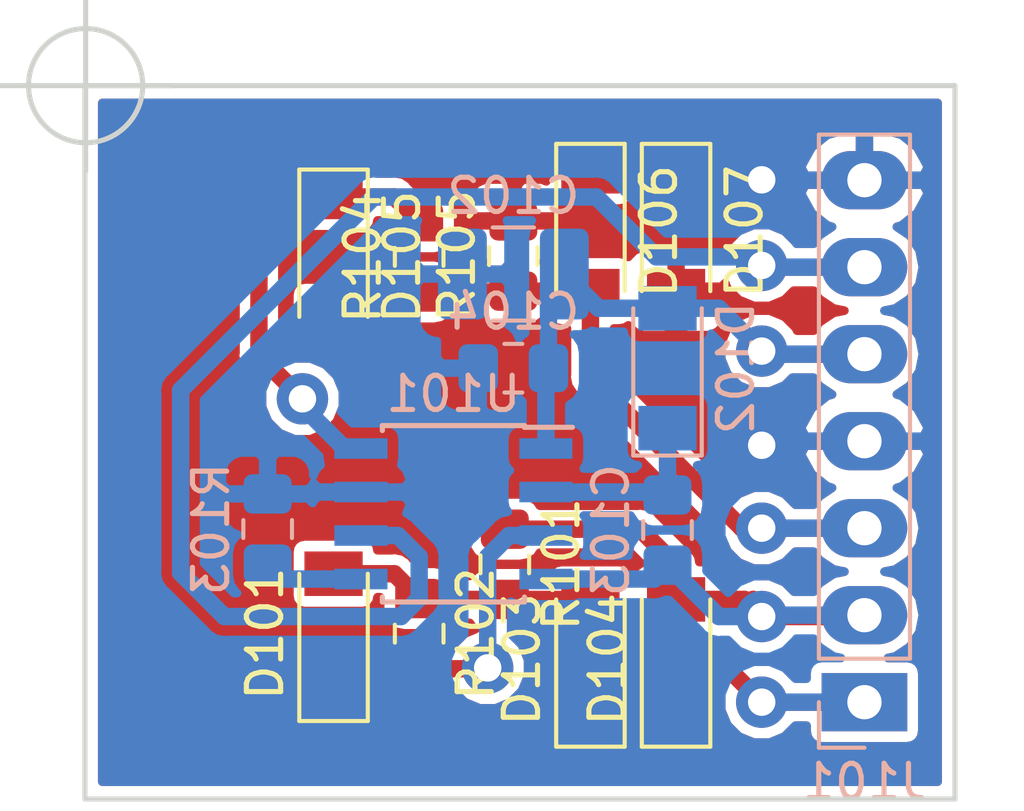
<source format=kicad_pcb>
(kicad_pcb (version 20171130) (host pcbnew 5.0.0)

  (general
    (thickness 1.6)
    (drawings 5)
    (tracks 111)
    (zones 0)
    (modules 17)
    (nets 13)
  )

  (page A4)
  (layers
    (0 F.Cu signal)
    (31 B.Cu signal)
    (32 B.Adhes user)
    (33 F.Adhes user)
    (34 B.Paste user)
    (35 F.Paste user)
    (36 B.SilkS user)
    (37 F.SilkS user)
    (38 B.Mask user)
    (39 F.Mask user)
    (40 Dwgs.User user)
    (41 Cmts.User user)
    (42 Eco1.User user)
    (43 Eco2.User user)
    (44 Edge.Cuts user)
    (45 Margin user)
    (46 B.CrtYd user)
    (47 F.CrtYd user)
    (48 B.Fab user)
    (49 F.Fab user)
  )

  (setup
    (last_trace_width 0.508)
    (trace_clearance 0.3048)
    (zone_clearance 0.3048)
    (zone_45_only no)
    (trace_min 0.508)
    (segment_width 0.2)
    (edge_width 0.15)
    (via_size 1.5)
    (via_drill 0.8)
    (via_min_size 0.8)
    (via_min_drill 0.3)
    (uvia_size 0.3)
    (uvia_drill 0.1)
    (uvias_allowed no)
    (uvia_min_size 0.2)
    (uvia_min_drill 0.1)
    (pcb_text_width 0.3)
    (pcb_text_size 1.5 1.5)
    (mod_edge_width 0.15)
    (mod_text_size 1 1)
    (mod_text_width 0.15)
    (pad_size 2.5 1.7)
    (pad_drill 1)
    (pad_to_mask_clearance 0.2)
    (aux_axis_origin 145.992 79)
    (grid_origin 145.992 79)
    (visible_elements FFFFFFFF)
    (pcbplotparams
      (layerselection 0x010fc_ffffffff)
      (usegerberextensions false)
      (usegerberattributes false)
      (usegerberadvancedattributes false)
      (creategerberjobfile true)
      (excludeedgelayer true)
      (linewidth 0.100000)
      (plotframeref false)
      (viasonmask false)
      (mode 1)
      (useauxorigin false)
      (hpglpennumber 1)
      (hpglpenspeed 20)
      (hpglpendiameter 15.000000)
      (psnegative false)
      (psa4output false)
      (plotreference true)
      (plotvalue true)
      (plotinvisibletext false)
      (padsonsilk false)
      (subtractmaskfromsilk false)
      (outputformat 1)
      (mirror false)
      (drillshape 0)
      (scaleselection 1)
      (outputdirectory "gerbers"))
  )

  (net 0 "")
  (net 1 /LG)
  (net 2 "Net-(D105-Pad1)")
  (net 3 "Net-(R103-Pad2)")
  (net 4 GND)
  (net 5 /HG)
  (net 6 "Net-(D101-Pad1)")
  (net 7 /HS)
  (net 8 "Net-(D106-Pad1)")
  (net 9 +12V)
  (net 10 "Net-(C103-Pad1)")
  (net 11 /PWM_IN)
  (net 12 "Net-(D103-Pad1)")

  (net_class Default "This is the default net class."
    (clearance 0.3048)
    (trace_width 0.508)
    (via_dia 1.5)
    (via_drill 0.8)
    (uvia_dia 0.3)
    (uvia_drill 0.1)
    (diff_pair_gap 0.3048)
    (diff_pair_width 0.508)
    (add_net +12V)
    (add_net /HG)
    (add_net /HS)
    (add_net /LG)
    (add_net /PWM_IN)
    (add_net GND)
    (add_net "Net-(C103-Pad1)")
    (add_net "Net-(D101-Pad1)")
    (add_net "Net-(D103-Pad1)")
    (add_net "Net-(D105-Pad1)")
    (add_net "Net-(D106-Pad1)")
    (add_net "Net-(R103-Pad2)")
  )

  (module Diode_SMD:D_MiniMELF (layer F.Cu) (tedit 5905D8F5) (tstamp 5B843A98)
    (at 160.75 83.25 270)
    (descr "Diode Mini-MELF")
    (tags "Diode Mini-MELF")
    (path /5B6D0BAC)
    (attr smd)
    (fp_text reference D106 (at 0 -2 270) (layer F.SilkS)
      (effects (font (size 1 1) (thickness 0.15)))
    )
    (fp_text value 15V (at 4.386 -0.228 270) (layer F.Fab)
      (effects (font (size 1 1) (thickness 0.15)))
    )
    (fp_text user %R (at 0 -2 270) (layer F.Fab)
      (effects (font (size 1 1) (thickness 0.15)))
    )
    (fp_line (start 1.75 -1) (end -2.55 -1) (layer F.SilkS) (width 0.12))
    (fp_line (start -2.55 -1) (end -2.55 1) (layer F.SilkS) (width 0.12))
    (fp_line (start -2.55 1) (end 1.75 1) (layer F.SilkS) (width 0.12))
    (fp_line (start 1.65 -0.8) (end 1.65 0.8) (layer F.Fab) (width 0.1))
    (fp_line (start 1.65 0.8) (end -1.65 0.8) (layer F.Fab) (width 0.1))
    (fp_line (start -1.65 0.8) (end -1.65 -0.8) (layer F.Fab) (width 0.1))
    (fp_line (start -1.65 -0.8) (end 1.65 -0.8) (layer F.Fab) (width 0.1))
    (fp_line (start 0.25 0) (end 0.75 0) (layer F.Fab) (width 0.1))
    (fp_line (start 0.25 0.4) (end -0.35 0) (layer F.Fab) (width 0.1))
    (fp_line (start 0.25 -0.4) (end 0.25 0.4) (layer F.Fab) (width 0.1))
    (fp_line (start -0.35 0) (end 0.25 -0.4) (layer F.Fab) (width 0.1))
    (fp_line (start -0.35 0) (end -0.35 0.55) (layer F.Fab) (width 0.1))
    (fp_line (start -0.35 0) (end -0.35 -0.55) (layer F.Fab) (width 0.1))
    (fp_line (start -0.75 0) (end -0.35 0) (layer F.Fab) (width 0.1))
    (fp_line (start -2.65 -1.1) (end 2.65 -1.1) (layer F.CrtYd) (width 0.05))
    (fp_line (start 2.65 -1.1) (end 2.65 1.1) (layer F.CrtYd) (width 0.05))
    (fp_line (start 2.65 1.1) (end -2.65 1.1) (layer F.CrtYd) (width 0.05))
    (fp_line (start -2.65 1.1) (end -2.65 -1.1) (layer F.CrtYd) (width 0.05))
    (pad 1 smd rect (at -1.75 0 270) (size 1.3 1.7) (layers F.Cu F.Paste F.Mask)
      (net 8 "Net-(D106-Pad1)"))
    (pad 2 smd rect (at 1.75 0 270) (size 1.3 1.7) (layers F.Cu F.Paste F.Mask)
      (net 1 /LG))
    (model ${KISYS3DMOD}/Diode_SMD.3dshapes/D_MiniMELF.wrl
      (at (xyz 0 0 0))
      (scale (xyz 1 1 1))
      (rotate (xyz 0 0 0))
    )
  )

  (module Diode_SMD:D_MiniMELF (layer F.Cu) (tedit 5905D8F5) (tstamp 5B843A80)
    (at 163.25 83.25 270)
    (descr "Diode Mini-MELF")
    (tags "Diode Mini-MELF")
    (path /5B6D0AB1)
    (attr smd)
    (fp_text reference D107 (at 0 -2 270) (layer F.SilkS)
      (effects (font (size 1 1) (thickness 0.15)))
    )
    (fp_text value 15V (at 4.386 -0.014 270) (layer F.Fab)
      (effects (font (size 1 1) (thickness 0.15)))
    )
    (fp_line (start -2.65 1.1) (end -2.65 -1.1) (layer F.CrtYd) (width 0.05))
    (fp_line (start 2.65 1.1) (end -2.65 1.1) (layer F.CrtYd) (width 0.05))
    (fp_line (start 2.65 -1.1) (end 2.65 1.1) (layer F.CrtYd) (width 0.05))
    (fp_line (start -2.65 -1.1) (end 2.65 -1.1) (layer F.CrtYd) (width 0.05))
    (fp_line (start -0.75 0) (end -0.35 0) (layer F.Fab) (width 0.1))
    (fp_line (start -0.35 0) (end -0.35 -0.55) (layer F.Fab) (width 0.1))
    (fp_line (start -0.35 0) (end -0.35 0.55) (layer F.Fab) (width 0.1))
    (fp_line (start -0.35 0) (end 0.25 -0.4) (layer F.Fab) (width 0.1))
    (fp_line (start 0.25 -0.4) (end 0.25 0.4) (layer F.Fab) (width 0.1))
    (fp_line (start 0.25 0.4) (end -0.35 0) (layer F.Fab) (width 0.1))
    (fp_line (start 0.25 0) (end 0.75 0) (layer F.Fab) (width 0.1))
    (fp_line (start -1.65 -0.8) (end 1.65 -0.8) (layer F.Fab) (width 0.1))
    (fp_line (start -1.65 0.8) (end -1.65 -0.8) (layer F.Fab) (width 0.1))
    (fp_line (start 1.65 0.8) (end -1.65 0.8) (layer F.Fab) (width 0.1))
    (fp_line (start 1.65 -0.8) (end 1.65 0.8) (layer F.Fab) (width 0.1))
    (fp_line (start -2.55 1) (end 1.75 1) (layer F.SilkS) (width 0.12))
    (fp_line (start -2.55 -1) (end -2.55 1) (layer F.SilkS) (width 0.12))
    (fp_line (start 1.75 -1) (end -2.55 -1) (layer F.SilkS) (width 0.12))
    (fp_text user %R (at 0 -2 270) (layer F.Fab)
      (effects (font (size 1 1) (thickness 0.15)))
    )
    (pad 2 smd rect (at 1.75 0 270) (size 1.3 1.7) (layers F.Cu F.Paste F.Mask)
      (net 4 GND))
    (pad 1 smd rect (at -1.75 0 270) (size 1.3 1.7) (layers F.Cu F.Paste F.Mask)
      (net 8 "Net-(D106-Pad1)"))
    (model ${KISYS3DMOD}/Diode_SMD.3dshapes/D_MiniMELF.wrl
      (at (xyz 0 0 0))
      (scale (xyz 1 1 1))
      (rotate (xyz 0 0 0))
    )
  )

  (module Diode_SMD:D_MiniMELF (layer F.Cu) (tedit 5905D8F5) (tstamp 5B843A68)
    (at 153.25 84 270)
    (descr "Diode Mini-MELF")
    (tags "Diode Mini-MELF")
    (path /5B700C03)
    (attr smd)
    (fp_text reference D105 (at 0 -2 270) (layer F.SilkS)
      (effects (font (size 1 1) (thickness 0.15)))
    )
    (fp_text value LL4148 (at 0 1.75 270) (layer F.Fab)
      (effects (font (size 1 1) (thickness 0.15)))
    )
    (fp_text user %R (at 0 -2 270) (layer F.Fab)
      (effects (font (size 1 1) (thickness 0.15)))
    )
    (fp_line (start 1.75 -1) (end -2.55 -1) (layer F.SilkS) (width 0.12))
    (fp_line (start -2.55 -1) (end -2.55 1) (layer F.SilkS) (width 0.12))
    (fp_line (start -2.55 1) (end 1.75 1) (layer F.SilkS) (width 0.12))
    (fp_line (start 1.65 -0.8) (end 1.65 0.8) (layer F.Fab) (width 0.1))
    (fp_line (start 1.65 0.8) (end -1.65 0.8) (layer F.Fab) (width 0.1))
    (fp_line (start -1.65 0.8) (end -1.65 -0.8) (layer F.Fab) (width 0.1))
    (fp_line (start -1.65 -0.8) (end 1.65 -0.8) (layer F.Fab) (width 0.1))
    (fp_line (start 0.25 0) (end 0.75 0) (layer F.Fab) (width 0.1))
    (fp_line (start 0.25 0.4) (end -0.35 0) (layer F.Fab) (width 0.1))
    (fp_line (start 0.25 -0.4) (end 0.25 0.4) (layer F.Fab) (width 0.1))
    (fp_line (start -0.35 0) (end 0.25 -0.4) (layer F.Fab) (width 0.1))
    (fp_line (start -0.35 0) (end -0.35 0.55) (layer F.Fab) (width 0.1))
    (fp_line (start -0.35 0) (end -0.35 -0.55) (layer F.Fab) (width 0.1))
    (fp_line (start -0.75 0) (end -0.35 0) (layer F.Fab) (width 0.1))
    (fp_line (start -2.65 -1.1) (end 2.65 -1.1) (layer F.CrtYd) (width 0.05))
    (fp_line (start 2.65 -1.1) (end 2.65 1.1) (layer F.CrtYd) (width 0.05))
    (fp_line (start 2.65 1.1) (end -2.65 1.1) (layer F.CrtYd) (width 0.05))
    (fp_line (start -2.65 1.1) (end -2.65 -1.1) (layer F.CrtYd) (width 0.05))
    (pad 1 smd rect (at -1.75 0 270) (size 1.3 1.7) (layers F.Cu F.Paste F.Mask)
      (net 2 "Net-(D105-Pad1)"))
    (pad 2 smd rect (at 1.75 0 270) (size 1.3 1.7) (layers F.Cu F.Paste F.Mask)
      (net 1 /LG))
    (model ${KISYS3DMOD}/Diode_SMD.3dshapes/D_MiniMELF.wrl
      (at (xyz 0 0 0))
      (scale (xyz 1 1 1))
      (rotate (xyz 0 0 0))
    )
  )

  (module Diode_SMD:D_MiniMELF (layer F.Cu) (tedit 5905D8F5) (tstamp 5B843A50)
    (at 160.75 95.75 90)
    (descr "Diode Mini-MELF")
    (tags "Diode Mini-MELF")
    (path /5B6E6C60)
    (attr smd)
    (fp_text reference D103 (at 0 -2 90) (layer F.SilkS)
      (effects (font (size 1 1) (thickness 0.15)))
    )
    (fp_text value 15V (at 4.304 -0.026 90) (layer F.Fab)
      (effects (font (size 1 1) (thickness 0.15)))
    )
    (fp_line (start -2.65 1.1) (end -2.65 -1.1) (layer F.CrtYd) (width 0.05))
    (fp_line (start 2.65 1.1) (end -2.65 1.1) (layer F.CrtYd) (width 0.05))
    (fp_line (start 2.65 -1.1) (end 2.65 1.1) (layer F.CrtYd) (width 0.05))
    (fp_line (start -2.65 -1.1) (end 2.65 -1.1) (layer F.CrtYd) (width 0.05))
    (fp_line (start -0.75 0) (end -0.35 0) (layer F.Fab) (width 0.1))
    (fp_line (start -0.35 0) (end -0.35 -0.55) (layer F.Fab) (width 0.1))
    (fp_line (start -0.35 0) (end -0.35 0.55) (layer F.Fab) (width 0.1))
    (fp_line (start -0.35 0) (end 0.25 -0.4) (layer F.Fab) (width 0.1))
    (fp_line (start 0.25 -0.4) (end 0.25 0.4) (layer F.Fab) (width 0.1))
    (fp_line (start 0.25 0.4) (end -0.35 0) (layer F.Fab) (width 0.1))
    (fp_line (start 0.25 0) (end 0.75 0) (layer F.Fab) (width 0.1))
    (fp_line (start -1.65 -0.8) (end 1.65 -0.8) (layer F.Fab) (width 0.1))
    (fp_line (start -1.65 0.8) (end -1.65 -0.8) (layer F.Fab) (width 0.1))
    (fp_line (start 1.65 0.8) (end -1.65 0.8) (layer F.Fab) (width 0.1))
    (fp_line (start 1.65 -0.8) (end 1.65 0.8) (layer F.Fab) (width 0.1))
    (fp_line (start -2.55 1) (end 1.75 1) (layer F.SilkS) (width 0.12))
    (fp_line (start -2.55 -1) (end -2.55 1) (layer F.SilkS) (width 0.12))
    (fp_line (start 1.75 -1) (end -2.55 -1) (layer F.SilkS) (width 0.12))
    (fp_text user %R (at 0 -2 90) (layer F.Fab)
      (effects (font (size 1 1) (thickness 0.15)))
    )
    (pad 2 smd rect (at 1.75 0 90) (size 1.3 1.7) (layers F.Cu F.Paste F.Mask)
      (net 5 /HG))
    (pad 1 smd rect (at -1.75 0 90) (size 1.3 1.7) (layers F.Cu F.Paste F.Mask)
      (net 12 "Net-(D103-Pad1)"))
    (model ${KISYS3DMOD}/Diode_SMD.3dshapes/D_MiniMELF.wrl
      (at (xyz 0 0 0))
      (scale (xyz 1 1 1))
      (rotate (xyz 0 0 0))
    )
  )

  (module Diode_SMD:D_MiniMELF (layer B.Cu) (tedit 5905D8F5) (tstamp 5B843A38)
    (at 163 87.25 90)
    (descr "Diode Mini-MELF")
    (tags "Diode Mini-MELF")
    (path /5B6D08C2)
    (attr smd)
    (fp_text reference D102 (at 0 2 90) (layer B.SilkS)
      (effects (font (size 1 1) (thickness 0.15)) (justify mirror))
    )
    (fp_text value LL4148 (at 0.122 2.042 90) (layer B.Fab)
      (effects (font (size 1 1) (thickness 0.15)) (justify mirror))
    )
    (fp_text user %R (at 0 2 90) (layer B.Fab)
      (effects (font (size 1 1) (thickness 0.15)) (justify mirror))
    )
    (fp_line (start 1.75 1) (end -2.55 1) (layer B.SilkS) (width 0.12))
    (fp_line (start -2.55 1) (end -2.55 -1) (layer B.SilkS) (width 0.12))
    (fp_line (start -2.55 -1) (end 1.75 -1) (layer B.SilkS) (width 0.12))
    (fp_line (start 1.65 0.8) (end 1.65 -0.8) (layer B.Fab) (width 0.1))
    (fp_line (start 1.65 -0.8) (end -1.65 -0.8) (layer B.Fab) (width 0.1))
    (fp_line (start -1.65 -0.8) (end -1.65 0.8) (layer B.Fab) (width 0.1))
    (fp_line (start -1.65 0.8) (end 1.65 0.8) (layer B.Fab) (width 0.1))
    (fp_line (start 0.25 0) (end 0.75 0) (layer B.Fab) (width 0.1))
    (fp_line (start 0.25 -0.4) (end -0.35 0) (layer B.Fab) (width 0.1))
    (fp_line (start 0.25 0.4) (end 0.25 -0.4) (layer B.Fab) (width 0.1))
    (fp_line (start -0.35 0) (end 0.25 0.4) (layer B.Fab) (width 0.1))
    (fp_line (start -0.35 0) (end -0.35 -0.55) (layer B.Fab) (width 0.1))
    (fp_line (start -0.35 0) (end -0.35 0.55) (layer B.Fab) (width 0.1))
    (fp_line (start -0.75 0) (end -0.35 0) (layer B.Fab) (width 0.1))
    (fp_line (start -2.65 1.1) (end 2.65 1.1) (layer B.CrtYd) (width 0.05))
    (fp_line (start 2.65 1.1) (end 2.65 -1.1) (layer B.CrtYd) (width 0.05))
    (fp_line (start 2.65 -1.1) (end -2.65 -1.1) (layer B.CrtYd) (width 0.05))
    (fp_line (start -2.65 -1.1) (end -2.65 1.1) (layer B.CrtYd) (width 0.05))
    (pad 1 smd rect (at -1.75 0 90) (size 1.3 1.7) (layers B.Cu B.Paste B.Mask)
      (net 10 "Net-(C103-Pad1)"))
    (pad 2 smd rect (at 1.75 0 90) (size 1.3 1.7) (layers B.Cu B.Paste B.Mask)
      (net 9 +12V))
    (model ${KISYS3DMOD}/Diode_SMD.3dshapes/D_MiniMELF.wrl
      (at (xyz 0 0 0))
      (scale (xyz 1 1 1))
      (rotate (xyz 0 0 0))
    )
  )

  (module Diode_SMD:D_MiniMELF (layer F.Cu) (tedit 5905D8F5) (tstamp 5B843A20)
    (at 153.25 95 90)
    (descr "Diode Mini-MELF")
    (tags "Diode Mini-MELF")
    (path /5B6C7DD8)
    (attr smd)
    (fp_text reference D101 (at 0 -2 90) (layer F.SilkS)
      (effects (font (size 1 1) (thickness 0.15)))
    )
    (fp_text value LL4148 (at -0.002 -1.924 90) (layer F.Fab)
      (effects (font (size 1 1) (thickness 0.15)))
    )
    (fp_line (start -2.65 1.1) (end -2.65 -1.1) (layer F.CrtYd) (width 0.05))
    (fp_line (start 2.65 1.1) (end -2.65 1.1) (layer F.CrtYd) (width 0.05))
    (fp_line (start 2.65 -1.1) (end 2.65 1.1) (layer F.CrtYd) (width 0.05))
    (fp_line (start -2.65 -1.1) (end 2.65 -1.1) (layer F.CrtYd) (width 0.05))
    (fp_line (start -0.75 0) (end -0.35 0) (layer F.Fab) (width 0.1))
    (fp_line (start -0.35 0) (end -0.35 -0.55) (layer F.Fab) (width 0.1))
    (fp_line (start -0.35 0) (end -0.35 0.55) (layer F.Fab) (width 0.1))
    (fp_line (start -0.35 0) (end 0.25 -0.4) (layer F.Fab) (width 0.1))
    (fp_line (start 0.25 -0.4) (end 0.25 0.4) (layer F.Fab) (width 0.1))
    (fp_line (start 0.25 0.4) (end -0.35 0) (layer F.Fab) (width 0.1))
    (fp_line (start 0.25 0) (end 0.75 0) (layer F.Fab) (width 0.1))
    (fp_line (start -1.65 -0.8) (end 1.65 -0.8) (layer F.Fab) (width 0.1))
    (fp_line (start -1.65 0.8) (end -1.65 -0.8) (layer F.Fab) (width 0.1))
    (fp_line (start 1.65 0.8) (end -1.65 0.8) (layer F.Fab) (width 0.1))
    (fp_line (start 1.65 -0.8) (end 1.65 0.8) (layer F.Fab) (width 0.1))
    (fp_line (start -2.55 1) (end 1.75 1) (layer F.SilkS) (width 0.12))
    (fp_line (start -2.55 -1) (end -2.55 1) (layer F.SilkS) (width 0.12))
    (fp_line (start 1.75 -1) (end -2.55 -1) (layer F.SilkS) (width 0.12))
    (fp_text user %R (at 0 -2 90) (layer F.Fab)
      (effects (font (size 1 1) (thickness 0.15)))
    )
    (pad 2 smd rect (at 1.75 0 90) (size 1.3 1.7) (layers F.Cu F.Paste F.Mask)
      (net 5 /HG))
    (pad 1 smd rect (at -1.75 0 90) (size 1.3 1.7) (layers F.Cu F.Paste F.Mask)
      (net 6 "Net-(D101-Pad1)"))
    (model ${KISYS3DMOD}/Diode_SMD.3dshapes/D_MiniMELF.wrl
      (at (xyz 0 0 0))
      (scale (xyz 1 1 1))
      (rotate (xyz 0 0 0))
    )
  )

  (module Diode_SMD:D_MiniMELF (layer F.Cu) (tedit 5905D8F5) (tstamp 5B843A08)
    (at 163.25 95.75 90)
    (descr "Diode Mini-MELF")
    (tags "Diode Mini-MELF")
    (path /5B6E6C66)
    (attr smd)
    (fp_text reference D104 (at 0 -2 90) (layer F.SilkS)
      (effects (font (size 1 1) (thickness 0.15)))
    )
    (fp_text value 15V (at 4.304 -0.24 90) (layer F.Fab)
      (effects (font (size 1 1) (thickness 0.15)))
    )
    (fp_text user %R (at 0 -2 90) (layer F.Fab)
      (effects (font (size 1 1) (thickness 0.15)))
    )
    (fp_line (start 1.75 -1) (end -2.55 -1) (layer F.SilkS) (width 0.12))
    (fp_line (start -2.55 -1) (end -2.55 1) (layer F.SilkS) (width 0.12))
    (fp_line (start -2.55 1) (end 1.75 1) (layer F.SilkS) (width 0.12))
    (fp_line (start 1.65 -0.8) (end 1.65 0.8) (layer F.Fab) (width 0.1))
    (fp_line (start 1.65 0.8) (end -1.65 0.8) (layer F.Fab) (width 0.1))
    (fp_line (start -1.65 0.8) (end -1.65 -0.8) (layer F.Fab) (width 0.1))
    (fp_line (start -1.65 -0.8) (end 1.65 -0.8) (layer F.Fab) (width 0.1))
    (fp_line (start 0.25 0) (end 0.75 0) (layer F.Fab) (width 0.1))
    (fp_line (start 0.25 0.4) (end -0.35 0) (layer F.Fab) (width 0.1))
    (fp_line (start 0.25 -0.4) (end 0.25 0.4) (layer F.Fab) (width 0.1))
    (fp_line (start -0.35 0) (end 0.25 -0.4) (layer F.Fab) (width 0.1))
    (fp_line (start -0.35 0) (end -0.35 0.55) (layer F.Fab) (width 0.1))
    (fp_line (start -0.35 0) (end -0.35 -0.55) (layer F.Fab) (width 0.1))
    (fp_line (start -0.75 0) (end -0.35 0) (layer F.Fab) (width 0.1))
    (fp_line (start -2.65 -1.1) (end 2.65 -1.1) (layer F.CrtYd) (width 0.05))
    (fp_line (start 2.65 -1.1) (end 2.65 1.1) (layer F.CrtYd) (width 0.05))
    (fp_line (start 2.65 1.1) (end -2.65 1.1) (layer F.CrtYd) (width 0.05))
    (fp_line (start -2.65 1.1) (end -2.65 -1.1) (layer F.CrtYd) (width 0.05))
    (pad 1 smd rect (at -1.75 0 90) (size 1.3 1.7) (layers F.Cu F.Paste F.Mask)
      (net 12 "Net-(D103-Pad1)"))
    (pad 2 smd rect (at 1.75 0 90) (size 1.3 1.7) (layers F.Cu F.Paste F.Mask)
      (net 7 /HS))
    (model ${KISYS3DMOD}/Diode_SMD.3dshapes/D_MiniMELF.wrl
      (at (xyz 0 0 0))
      (scale (xyz 1 1 1))
      (rotate (xyz 0 0 0))
    )
  )

  (module Capacitor_SMD:C_0805_2012Metric_Pad1.15x1.40mm_HandSolder (layer B.Cu) (tedit 5B36C52B) (tstamp 5B83FF07)
    (at 163 91.975 270)
    (descr "Capacitor SMD 0805 (2012 Metric), square (rectangular) end terminal, IPC_7351 nominal with elongated pad for handsoldering. (Body size source: https://docs.google.com/spreadsheets/d/1BsfQQcO9C6DZCsRaXUlFlo91Tg2WpOkGARC1WS5S8t0/edit?usp=sharing), generated with kicad-footprint-generator")
    (tags "capacitor handsolder")
    (path /5B6C81D1)
    (attr smd)
    (fp_text reference C103 (at 0 1.65 270) (layer B.SilkS)
      (effects (font (size 1 1) (thickness 0.15)) (justify mirror))
    )
    (fp_text value 100n (at 0 -1.65 270) (layer B.Fab)
      (effects (font (size 1 1) (thickness 0.15)) (justify mirror))
    )
    (fp_line (start -1 -0.6) (end -1 0.6) (layer B.Fab) (width 0.1))
    (fp_line (start -1 0.6) (end 1 0.6) (layer B.Fab) (width 0.1))
    (fp_line (start 1 0.6) (end 1 -0.6) (layer B.Fab) (width 0.1))
    (fp_line (start 1 -0.6) (end -1 -0.6) (layer B.Fab) (width 0.1))
    (fp_line (start -0.261252 0.71) (end 0.261252 0.71) (layer B.SilkS) (width 0.12))
    (fp_line (start -0.261252 -0.71) (end 0.261252 -0.71) (layer B.SilkS) (width 0.12))
    (fp_line (start -1.85 -0.95) (end -1.85 0.95) (layer B.CrtYd) (width 0.05))
    (fp_line (start -1.85 0.95) (end 1.85 0.95) (layer B.CrtYd) (width 0.05))
    (fp_line (start 1.85 0.95) (end 1.85 -0.95) (layer B.CrtYd) (width 0.05))
    (fp_line (start 1.85 -0.95) (end -1.85 -0.95) (layer B.CrtYd) (width 0.05))
    (fp_text user %R (at 0 0 270) (layer B.Fab)
      (effects (font (size 0.5 0.5) (thickness 0.08)) (justify mirror))
    )
    (pad 1 smd roundrect (at -1.025 0 270) (size 1.15 1.4) (layers B.Cu B.Paste B.Mask) (roundrect_rratio 0.217391)
      (net 10 "Net-(C103-Pad1)"))
    (pad 2 smd roundrect (at 1.025 0 270) (size 1.15 1.4) (layers B.Cu B.Paste B.Mask) (roundrect_rratio 0.217391)
      (net 7 /HS))
    (model ${KISYS3DMOD}/Capacitor_SMD.3dshapes/C_0805_2012Metric.wrl
      (at (xyz 0 0 0))
      (scale (xyz 1 1 1))
      (rotate (xyz 0 0 0))
    )
  )

  (module Capacitor_SMD:C_0805_2012Metric_Pad1.15x1.40mm_HandSolder (layer B.Cu) (tedit 5B36C52B) (tstamp 5B840106)
    (at 158.5 87.25 180)
    (descr "Capacitor SMD 0805 (2012 Metric), square (rectangular) end terminal, IPC_7351 nominal with elongated pad for handsoldering. (Body size source: https://docs.google.com/spreadsheets/d/1BsfQQcO9C6DZCsRaXUlFlo91Tg2WpOkGARC1WS5S8t0/edit?usp=sharing), generated with kicad-footprint-generator")
    (tags "capacitor handsolder")
    (path /5B6CAB25)
    (attr smd)
    (fp_text reference C104 (at 0 1.65 180) (layer B.SilkS)
      (effects (font (size 1 1) (thickness 0.15)) (justify mirror))
    )
    (fp_text value 100n (at 3.872 -0.132 180) (layer B.Fab)
      (effects (font (size 1 1) (thickness 0.15)) (justify mirror))
    )
    (fp_text user %R (at 0 0 180) (layer B.Fab)
      (effects (font (size 0.5 0.5) (thickness 0.08)) (justify mirror))
    )
    (fp_line (start 1.85 -0.95) (end -1.85 -0.95) (layer B.CrtYd) (width 0.05))
    (fp_line (start 1.85 0.95) (end 1.85 -0.95) (layer B.CrtYd) (width 0.05))
    (fp_line (start -1.85 0.95) (end 1.85 0.95) (layer B.CrtYd) (width 0.05))
    (fp_line (start -1.85 -0.95) (end -1.85 0.95) (layer B.CrtYd) (width 0.05))
    (fp_line (start -0.261252 -0.71) (end 0.261252 -0.71) (layer B.SilkS) (width 0.12))
    (fp_line (start -0.261252 0.71) (end 0.261252 0.71) (layer B.SilkS) (width 0.12))
    (fp_line (start 1 -0.6) (end -1 -0.6) (layer B.Fab) (width 0.1))
    (fp_line (start 1 0.6) (end 1 -0.6) (layer B.Fab) (width 0.1))
    (fp_line (start -1 0.6) (end 1 0.6) (layer B.Fab) (width 0.1))
    (fp_line (start -1 -0.6) (end -1 0.6) (layer B.Fab) (width 0.1))
    (pad 2 smd roundrect (at 1.025 0 180) (size 1.15 1.4) (layers B.Cu B.Paste B.Mask) (roundrect_rratio 0.217391)
      (net 4 GND))
    (pad 1 smd roundrect (at -1.025 0 180) (size 1.15 1.4) (layers B.Cu B.Paste B.Mask) (roundrect_rratio 0.217391)
      (net 9 +12V))
    (model ${KISYS3DMOD}/Capacitor_SMD.3dshapes/C_0805_2012Metric.wrl
      (at (xyz 0 0 0))
      (scale (xyz 1 1 1))
      (rotate (xyz 0 0 0))
    )
  )

  (module Capacitor_SMD:C_1210_3225Metric_Pad1.42x2.65mm_HandSolder (layer B.Cu) (tedit 5B301BBE) (tstamp 5B83FED4)
    (at 158.5 84.5 180)
    (descr "Capacitor SMD 1210 (3225 Metric), square (rectangular) end terminal, IPC_7351 nominal with elongated pad for handsoldering. (Body size source: http://www.tortai-tech.com/upload/download/2011102023233369053.pdf), generated with kicad-footprint-generator")
    (tags "capacitor handsolder")
    (path /5B6D8003)
    (attr smd)
    (fp_text reference C102 (at 0 2.28 180) (layer B.SilkS)
      (effects (font (size 1 1) (thickness 0.15)) (justify mirror))
    )
    (fp_text value 10u (at 4.38 -0.088 180) (layer B.Fab)
      (effects (font (size 1 1) (thickness 0.15)) (justify mirror))
    )
    (fp_line (start -1.6 -1.25) (end -1.6 1.25) (layer B.Fab) (width 0.1))
    (fp_line (start -1.6 1.25) (end 1.6 1.25) (layer B.Fab) (width 0.1))
    (fp_line (start 1.6 1.25) (end 1.6 -1.25) (layer B.Fab) (width 0.1))
    (fp_line (start 1.6 -1.25) (end -1.6 -1.25) (layer B.Fab) (width 0.1))
    (fp_line (start -0.602064 1.36) (end 0.602064 1.36) (layer B.SilkS) (width 0.12))
    (fp_line (start -0.602064 -1.36) (end 0.602064 -1.36) (layer B.SilkS) (width 0.12))
    (fp_line (start -2.45 -1.58) (end -2.45 1.58) (layer B.CrtYd) (width 0.05))
    (fp_line (start -2.45 1.58) (end 2.45 1.58) (layer B.CrtYd) (width 0.05))
    (fp_line (start 2.45 1.58) (end 2.45 -1.58) (layer B.CrtYd) (width 0.05))
    (fp_line (start 2.45 -1.58) (end -2.45 -1.58) (layer B.CrtYd) (width 0.05))
    (fp_text user %R (at 0 0 180) (layer B.Fab)
      (effects (font (size 0.8 0.8) (thickness 0.12)) (justify mirror))
    )
    (pad 1 smd roundrect (at -1.4875 0 180) (size 1.425 2.65) (layers B.Cu B.Paste B.Mask) (roundrect_rratio 0.175439)
      (net 9 +12V))
    (pad 2 smd roundrect (at 1.4875 0 180) (size 1.425 2.65) (layers B.Cu B.Paste B.Mask) (roundrect_rratio 0.175439)
      (net 4 GND))
    (model ${KISYS3DMOD}/Capacitor_SMD.3dshapes/C_1210_3225Metric.wrl
      (at (xyz 0 0 0))
      (scale (xyz 1 1 1))
      (rotate (xyz 0 0 0))
    )
  )

  (module Connector_PinHeader_2.54mm:PinHeader_1x07_P2.54mm_Vertical (layer B.Cu) (tedit 5B6DBB07) (tstamp 5B83FEC3)
    (at 168.75 97)
    (descr "Through hole straight pin header, 1x07, 2.54mm pitch, single row")
    (tags "Through hole pin header THT 1x07 2.54mm single row")
    (path /5B70D601)
    (fp_text reference J101 (at 0 2.33) (layer B.SilkS)
      (effects (font (size 1 1) (thickness 0.15)) (justify mirror))
    )
    (fp_text value Conn_01x07 (at 0 -17.57) (layer B.Fab)
      (effects (font (size 1 1) (thickness 0.15)) (justify mirror))
    )
    (fp_line (start -0.635 1.27) (end 1.27 1.27) (layer B.Fab) (width 0.1))
    (fp_line (start 1.27 1.27) (end 1.27 -16.51) (layer B.Fab) (width 0.1))
    (fp_line (start 1.27 -16.51) (end -1.27 -16.51) (layer B.Fab) (width 0.1))
    (fp_line (start -1.27 -16.51) (end -1.27 0.635) (layer B.Fab) (width 0.1))
    (fp_line (start -1.27 0.635) (end -0.635 1.27) (layer B.Fab) (width 0.1))
    (fp_line (start -1.33 -16.57) (end 1.33 -16.57) (layer B.SilkS) (width 0.12))
    (fp_line (start -1.33 -1.27) (end -1.33 -16.57) (layer B.SilkS) (width 0.12))
    (fp_line (start 1.33 -1.27) (end 1.33 -16.57) (layer B.SilkS) (width 0.12))
    (fp_line (start -1.33 -1.27) (end 1.33 -1.27) (layer B.SilkS) (width 0.12))
    (fp_line (start -1.33 0) (end -1.33 1.33) (layer B.SilkS) (width 0.12))
    (fp_line (start -1.33 1.33) (end 0 1.33) (layer B.SilkS) (width 0.12))
    (fp_line (start -1.8 1.8) (end -1.8 -17.05) (layer B.CrtYd) (width 0.05))
    (fp_line (start -1.8 -17.05) (end 1.8 -17.05) (layer B.CrtYd) (width 0.05))
    (fp_line (start 1.8 -17.05) (end 1.8 1.8) (layer B.CrtYd) (width 0.05))
    (fp_line (start 1.8 1.8) (end -1.8 1.8) (layer B.CrtYd) (width 0.05))
    (fp_text user %R (at 0 -7.62 -90) (layer B.Fab)
      (effects (font (size 1 1) (thickness 0.15)) (justify mirror))
    )
    (pad 1 thru_hole rect (at 0 0) (size 2.5 1.7) (drill 1) (layers *.Cu *.Mask)
      (net 5 /HG))
    (pad 2 thru_hole oval (at 0 -2.54) (size 2.5 1.7) (drill 1) (layers *.Cu *.Mask)
      (net 7 /HS))
    (pad 3 thru_hole oval (at 0 -5.08) (size 2.5 1.7) (drill 1) (layers *.Cu *.Mask)
      (net 1 /LG))
    (pad 4 thru_hole oval (at 0 -7.62) (size 2.5 1.7) (drill 1) (layers *.Cu *.Mask)
      (net 4 GND))
    (pad 5 thru_hole oval (at 0 -10.16) (size 2.5 1.7) (drill 1) (layers *.Cu *.Mask)
      (net 9 +12V))
    (pad 6 thru_hole oval (at 0 -12.7) (size 2.5 1.7) (drill 1) (layers *.Cu *.Mask)
      (net 11 /PWM_IN))
    (pad 7 thru_hole oval (at 0 -15.24) (size 2.5 1.7) (drill 1) (layers *.Cu *.Mask)
      (net 4 GND))
    (model ${KISYS3DMOD}/Connector_PinHeader_2.54mm.3dshapes/PinHeader_1x07_P2.54mm_Vertical.wrl
      (at (xyz 0 0 0))
      (scale (xyz 1 1 1))
      (rotate (xyz 0 0 0))
    )
  )

  (module Package_SO:SOIC-8_3.9x4.9mm_P1.27mm (layer B.Cu) (tedit 5A02F2D3) (tstamp 5B83FE15)
    (at 156.75 91.5 180)
    (descr "8-Lead Plastic Small Outline (SN) - Narrow, 3.90 mm Body [SOIC] (see Microchip Packaging Specification 00000049BS.pdf)")
    (tags "SOIC 1.27")
    (path /5B6C77B2)
    (attr smd)
    (fp_text reference U101 (at 0 3.5 180) (layer B.SilkS)
      (effects (font (size 1 1) (thickness 0.15)) (justify mirror))
    )
    (fp_text value LM5104 (at 0 -3.5 180) (layer B.Fab)
      (effects (font (size 1 1) (thickness 0.15)) (justify mirror))
    )
    (fp_text user %R (at 0 0 180) (layer B.Fab)
      (effects (font (size 1 1) (thickness 0.15)) (justify mirror))
    )
    (fp_line (start -0.95 2.45) (end 1.95 2.45) (layer B.Fab) (width 0.1))
    (fp_line (start 1.95 2.45) (end 1.95 -2.45) (layer B.Fab) (width 0.1))
    (fp_line (start 1.95 -2.45) (end -1.95 -2.45) (layer B.Fab) (width 0.1))
    (fp_line (start -1.95 -2.45) (end -1.95 1.45) (layer B.Fab) (width 0.1))
    (fp_line (start -1.95 1.45) (end -0.95 2.45) (layer B.Fab) (width 0.1))
    (fp_line (start -3.73 2.7) (end -3.73 -2.7) (layer B.CrtYd) (width 0.05))
    (fp_line (start 3.73 2.7) (end 3.73 -2.7) (layer B.CrtYd) (width 0.05))
    (fp_line (start -3.73 2.7) (end 3.73 2.7) (layer B.CrtYd) (width 0.05))
    (fp_line (start -3.73 -2.7) (end 3.73 -2.7) (layer B.CrtYd) (width 0.05))
    (fp_line (start -2.075 2.575) (end -2.075 2.525) (layer B.SilkS) (width 0.15))
    (fp_line (start 2.075 2.575) (end 2.075 2.43) (layer B.SilkS) (width 0.15))
    (fp_line (start 2.075 -2.575) (end 2.075 -2.43) (layer B.SilkS) (width 0.15))
    (fp_line (start -2.075 -2.575) (end -2.075 -2.43) (layer B.SilkS) (width 0.15))
    (fp_line (start -2.075 2.575) (end 2.075 2.575) (layer B.SilkS) (width 0.15))
    (fp_line (start -2.075 -2.575) (end 2.075 -2.575) (layer B.SilkS) (width 0.15))
    (fp_line (start -2.075 2.525) (end -3.475 2.525) (layer B.SilkS) (width 0.15))
    (pad 1 smd rect (at -2.7 1.905 180) (size 1.55 0.6) (layers B.Cu B.Paste B.Mask)
      (net 9 +12V))
    (pad 2 smd rect (at -2.7 0.635 180) (size 1.55 0.6) (layers B.Cu B.Paste B.Mask)
      (net 10 "Net-(C103-Pad1)"))
    (pad 3 smd rect (at -2.7 -0.635 180) (size 1.55 0.6) (layers B.Cu B.Paste B.Mask)
      (net 6 "Net-(D101-Pad1)"))
    (pad 4 smd rect (at -2.7 -1.905 180) (size 1.55 0.6) (layers B.Cu B.Paste B.Mask)
      (net 7 /HS))
    (pad 5 smd rect (at 2.7 -1.905 180) (size 1.55 0.6) (layers B.Cu B.Paste B.Mask)
      (net 3 "Net-(R103-Pad2)"))
    (pad 6 smd rect (at 2.7 -0.635 180) (size 1.55 0.6) (layers B.Cu B.Paste B.Mask)
      (net 11 /PWM_IN))
    (pad 7 smd rect (at 2.7 0.635 180) (size 1.55 0.6) (layers B.Cu B.Paste B.Mask)
      (net 4 GND))
    (pad 8 smd rect (at 2.7 1.905 180) (size 1.55 0.6) (layers B.Cu B.Paste B.Mask)
      (net 2 "Net-(D105-Pad1)"))
    (model ${KISYS3DMOD}/Package_SO.3dshapes/SOIC-8_3.9x4.9mm_P1.27mm.wrl
      (at (xyz 0 0 0))
      (scale (xyz 1 1 1))
      (rotate (xyz 0 0 0))
    )
  )

  (module Resistor_SMD:R_0805_2012Metric_Pad1.15x1.40mm_HandSolder (layer F.Cu) (tedit 5B36C52B) (tstamp 5B83FDF8)
    (at 158.5 83.975 90)
    (descr "Resistor SMD 0805 (2012 Metric), square (rectangular) end terminal, IPC_7351 nominal with elongated pad for handsoldering. (Body size source: https://docs.google.com/spreadsheets/d/1BsfQQcO9C6DZCsRaXUlFlo91Tg2WpOkGARC1WS5S8t0/edit?usp=sharing), generated with kicad-footprint-generator")
    (tags "resistor handsolder")
    (path /5B6E2B52)
    (attr smd)
    (fp_text reference R105 (at 0 -1.65 90) (layer F.SilkS)
      (effects (font (size 1 1) (thickness 0.15)))
    )
    (fp_text value 10k (at -3.407 -0.062 90) (layer F.Fab)
      (effects (font (size 1 1) (thickness 0.15)))
    )
    (fp_text user %R (at 0 0 90) (layer F.Fab)
      (effects (font (size 0.5 0.5) (thickness 0.08)))
    )
    (fp_line (start 1.85 0.95) (end -1.85 0.95) (layer F.CrtYd) (width 0.05))
    (fp_line (start 1.85 -0.95) (end 1.85 0.95) (layer F.CrtYd) (width 0.05))
    (fp_line (start -1.85 -0.95) (end 1.85 -0.95) (layer F.CrtYd) (width 0.05))
    (fp_line (start -1.85 0.95) (end -1.85 -0.95) (layer F.CrtYd) (width 0.05))
    (fp_line (start -0.261252 0.71) (end 0.261252 0.71) (layer F.SilkS) (width 0.12))
    (fp_line (start -0.261252 -0.71) (end 0.261252 -0.71) (layer F.SilkS) (width 0.12))
    (fp_line (start 1 0.6) (end -1 0.6) (layer F.Fab) (width 0.1))
    (fp_line (start 1 -0.6) (end 1 0.6) (layer F.Fab) (width 0.1))
    (fp_line (start -1 -0.6) (end 1 -0.6) (layer F.Fab) (width 0.1))
    (fp_line (start -1 0.6) (end -1 -0.6) (layer F.Fab) (width 0.1))
    (pad 2 smd roundrect (at 1.025 0 90) (size 1.15 1.4) (layers F.Cu F.Paste F.Mask) (roundrect_rratio 0.217391)
      (net 4 GND))
    (pad 1 smd roundrect (at -1.025 0 90) (size 1.15 1.4) (layers F.Cu F.Paste F.Mask) (roundrect_rratio 0.217391)
      (net 1 /LG))
    (model ${KISYS3DMOD}/Resistor_SMD.3dshapes/R_0805_2012Metric.wrl
      (at (xyz 0 0 0))
      (scale (xyz 1 1 1))
      (rotate (xyz 0 0 0))
    )
  )

  (module Resistor_SMD:R_0805_2012Metric_Pad1.15x1.40mm_HandSolder (layer F.Cu) (tedit 5B36C52B) (tstamp 5B83FDD6)
    (at 158.25 92.975 270)
    (descr "Resistor SMD 0805 (2012 Metric), square (rectangular) end terminal, IPC_7351 nominal with elongated pad for handsoldering. (Body size source: https://docs.google.com/spreadsheets/d/1BsfQQcO9C6DZCsRaXUlFlo91Tg2WpOkGARC1WS5S8t0/edit?usp=sharing), generated with kicad-footprint-generator")
    (tags "resistor handsolder")
    (path /5B6E6C6D)
    (attr smd)
    (fp_text reference R101 (at 0 -1.65 270) (layer F.SilkS)
      (effects (font (size 1 1) (thickness 0.15)))
    )
    (fp_text value 10k (at 3.297 -0.188 270) (layer F.Fab)
      (effects (font (size 1 1) (thickness 0.15)))
    )
    (fp_text user %R (at 0 0 270) (layer F.Fab)
      (effects (font (size 0.5 0.5) (thickness 0.08)))
    )
    (fp_line (start 1.85 0.95) (end -1.85 0.95) (layer F.CrtYd) (width 0.05))
    (fp_line (start 1.85 -0.95) (end 1.85 0.95) (layer F.CrtYd) (width 0.05))
    (fp_line (start -1.85 -0.95) (end 1.85 -0.95) (layer F.CrtYd) (width 0.05))
    (fp_line (start -1.85 0.95) (end -1.85 -0.95) (layer F.CrtYd) (width 0.05))
    (fp_line (start -0.261252 0.71) (end 0.261252 0.71) (layer F.SilkS) (width 0.12))
    (fp_line (start -0.261252 -0.71) (end 0.261252 -0.71) (layer F.SilkS) (width 0.12))
    (fp_line (start 1 0.6) (end -1 0.6) (layer F.Fab) (width 0.1))
    (fp_line (start 1 -0.6) (end 1 0.6) (layer F.Fab) (width 0.1))
    (fp_line (start -1 -0.6) (end 1 -0.6) (layer F.Fab) (width 0.1))
    (fp_line (start -1 0.6) (end -1 -0.6) (layer F.Fab) (width 0.1))
    (pad 2 smd roundrect (at 1.025 0 270) (size 1.15 1.4) (layers F.Cu F.Paste F.Mask) (roundrect_rratio 0.217391)
      (net 5 /HG))
    (pad 1 smd roundrect (at -1.025 0 270) (size 1.15 1.4) (layers F.Cu F.Paste F.Mask) (roundrect_rratio 0.217391)
      (net 7 /HS))
    (model ${KISYS3DMOD}/Resistor_SMD.3dshapes/R_0805_2012Metric.wrl
      (at (xyz 0 0 0))
      (scale (xyz 1 1 1))
      (rotate (xyz 0 0 0))
    )
  )

  (module Resistor_SMD:R_0805_2012Metric_Pad1.15x1.40mm_HandSolder (layer F.Cu) (tedit 5B36C52B) (tstamp 5B83FDC5)
    (at 155.75 95 270)
    (descr "Resistor SMD 0805 (2012 Metric), square (rectangular) end terminal, IPC_7351 nominal with elongated pad for handsoldering. (Body size source: https://docs.google.com/spreadsheets/d/1BsfQQcO9C6DZCsRaXUlFlo91Tg2WpOkGARC1WS5S8t0/edit?usp=sharing), generated with kicad-footprint-generator")
    (tags "resistor handsolder")
    (path /5B6C7C4C)
    (attr smd)
    (fp_text reference R102 (at 0 -1.65 270) (layer F.SilkS)
      (effects (font (size 1 1) (thickness 0.15)))
    )
    (fp_text value 1R (at -3.046 -0.148 270) (layer F.Fab)
      (effects (font (size 1 1) (thickness 0.15)))
    )
    (fp_line (start -1 0.6) (end -1 -0.6) (layer F.Fab) (width 0.1))
    (fp_line (start -1 -0.6) (end 1 -0.6) (layer F.Fab) (width 0.1))
    (fp_line (start 1 -0.6) (end 1 0.6) (layer F.Fab) (width 0.1))
    (fp_line (start 1 0.6) (end -1 0.6) (layer F.Fab) (width 0.1))
    (fp_line (start -0.261252 -0.71) (end 0.261252 -0.71) (layer F.SilkS) (width 0.12))
    (fp_line (start -0.261252 0.71) (end 0.261252 0.71) (layer F.SilkS) (width 0.12))
    (fp_line (start -1.85 0.95) (end -1.85 -0.95) (layer F.CrtYd) (width 0.05))
    (fp_line (start -1.85 -0.95) (end 1.85 -0.95) (layer F.CrtYd) (width 0.05))
    (fp_line (start 1.85 -0.95) (end 1.85 0.95) (layer F.CrtYd) (width 0.05))
    (fp_line (start 1.85 0.95) (end -1.85 0.95) (layer F.CrtYd) (width 0.05))
    (fp_text user %R (at 0 0 270) (layer F.Fab)
      (effects (font (size 0.5 0.5) (thickness 0.08)))
    )
    (pad 1 smd roundrect (at -1.025 0 270) (size 1.15 1.4) (layers F.Cu F.Paste F.Mask) (roundrect_rratio 0.217391)
      (net 5 /HG))
    (pad 2 smd roundrect (at 1.025 0 270) (size 1.15 1.4) (layers F.Cu F.Paste F.Mask) (roundrect_rratio 0.217391)
      (net 6 "Net-(D101-Pad1)"))
    (model ${KISYS3DMOD}/Resistor_SMD.3dshapes/R_0805_2012Metric.wrl
      (at (xyz 0 0 0))
      (scale (xyz 1 1 1))
      (rotate (xyz 0 0 0))
    )
  )

  (module Resistor_SMD:R_0805_2012Metric_Pad1.15x1.40mm_HandSolder (layer B.Cu) (tedit 5B36C52B) (tstamp 5B83FDB4)
    (at 151.326 91.945 270)
    (descr "Resistor SMD 0805 (2012 Metric), square (rectangular) end terminal, IPC_7351 nominal with elongated pad for handsoldering. (Body size source: https://docs.google.com/spreadsheets/d/1BsfQQcO9C6DZCsRaXUlFlo91Tg2WpOkGARC1WS5S8t0/edit?usp=sharing), generated with kicad-footprint-generator")
    (tags "resistor handsolder")
    (path /5B6C9B53)
    (attr smd)
    (fp_text reference R103 (at 0 1.65 270) (layer B.SilkS)
      (effects (font (size 1 1) (thickness 0.15)) (justify mirror))
    )
    (fp_text value 100k (at 0 1.778 270) (layer B.Fab)
      (effects (font (size 1 1) (thickness 0.15)) (justify mirror))
    )
    (fp_text user %R (at 0 0 270) (layer B.Fab)
      (effects (font (size 0.5 0.5) (thickness 0.08)) (justify mirror))
    )
    (fp_line (start 1.85 -0.95) (end -1.85 -0.95) (layer B.CrtYd) (width 0.05))
    (fp_line (start 1.85 0.95) (end 1.85 -0.95) (layer B.CrtYd) (width 0.05))
    (fp_line (start -1.85 0.95) (end 1.85 0.95) (layer B.CrtYd) (width 0.05))
    (fp_line (start -1.85 -0.95) (end -1.85 0.95) (layer B.CrtYd) (width 0.05))
    (fp_line (start -0.261252 -0.71) (end 0.261252 -0.71) (layer B.SilkS) (width 0.12))
    (fp_line (start -0.261252 0.71) (end 0.261252 0.71) (layer B.SilkS) (width 0.12))
    (fp_line (start 1 -0.6) (end -1 -0.6) (layer B.Fab) (width 0.1))
    (fp_line (start 1 0.6) (end 1 -0.6) (layer B.Fab) (width 0.1))
    (fp_line (start -1 0.6) (end 1 0.6) (layer B.Fab) (width 0.1))
    (fp_line (start -1 -0.6) (end -1 0.6) (layer B.Fab) (width 0.1))
    (pad 2 smd roundrect (at 1.025 0 270) (size 1.15 1.4) (layers B.Cu B.Paste B.Mask) (roundrect_rratio 0.217391)
      (net 3 "Net-(R103-Pad2)"))
    (pad 1 smd roundrect (at -1.025 0 270) (size 1.15 1.4) (layers B.Cu B.Paste B.Mask) (roundrect_rratio 0.217391)
      (net 4 GND))
    (model ${KISYS3DMOD}/Resistor_SMD.3dshapes/R_0805_2012Metric.wrl
      (at (xyz 0 0 0))
      (scale (xyz 1 1 1))
      (rotate (xyz 0 0 0))
    )
  )

  (module Resistor_SMD:R_0805_2012Metric_Pad1.15x1.40mm_HandSolder (layer F.Cu) (tedit 5B36C52B) (tstamp 5B83FDA3)
    (at 155.75 84 90)
    (descr "Resistor SMD 0805 (2012 Metric), square (rectangular) end terminal, IPC_7351 nominal with elongated pad for handsoldering. (Body size source: https://docs.google.com/spreadsheets/d/1BsfQQcO9C6DZCsRaXUlFlo91Tg2WpOkGARC1WS5S8t0/edit?usp=sharing), generated with kicad-footprint-generator")
    (tags "resistor handsolder")
    (path /5B700BFD)
    (attr smd)
    (fp_text reference R104 (at 0 -1.65 90) (layer F.SilkS)
      (effects (font (size 1 1) (thickness 0.15)))
    )
    (fp_text value 1R (at -3.128 0.148 90) (layer F.Fab)
      (effects (font (size 1 1) (thickness 0.15)))
    )
    (fp_line (start -1 0.6) (end -1 -0.6) (layer F.Fab) (width 0.1))
    (fp_line (start -1 -0.6) (end 1 -0.6) (layer F.Fab) (width 0.1))
    (fp_line (start 1 -0.6) (end 1 0.6) (layer F.Fab) (width 0.1))
    (fp_line (start 1 0.6) (end -1 0.6) (layer F.Fab) (width 0.1))
    (fp_line (start -0.261252 -0.71) (end 0.261252 -0.71) (layer F.SilkS) (width 0.12))
    (fp_line (start -0.261252 0.71) (end 0.261252 0.71) (layer F.SilkS) (width 0.12))
    (fp_line (start -1.85 0.95) (end -1.85 -0.95) (layer F.CrtYd) (width 0.05))
    (fp_line (start -1.85 -0.95) (end 1.85 -0.95) (layer F.CrtYd) (width 0.05))
    (fp_line (start 1.85 -0.95) (end 1.85 0.95) (layer F.CrtYd) (width 0.05))
    (fp_line (start 1.85 0.95) (end -1.85 0.95) (layer F.CrtYd) (width 0.05))
    (fp_text user %R (at 0 0 90) (layer F.Fab)
      (effects (font (size 0.5 0.5) (thickness 0.08)))
    )
    (pad 1 smd roundrect (at -1.025 0 90) (size 1.15 1.4) (layers F.Cu F.Paste F.Mask) (roundrect_rratio 0.217391)
      (net 1 /LG))
    (pad 2 smd roundrect (at 1.025 0 90) (size 1.15 1.4) (layers F.Cu F.Paste F.Mask) (roundrect_rratio 0.217391)
      (net 2 "Net-(D105-Pad1)"))
    (model ${KISYS3DMOD}/Resistor_SMD.3dshapes/R_0805_2012Metric.wrl
      (at (xyz 0 0 0))
      (scale (xyz 1 1 1))
      (rotate (xyz 0 0 0))
    )
  )

  (target plus (at 146.012064 79) (size 5) (width 0.15) (layer Edge.Cuts))
  (gr_line (start 145.992 79) (end 171.392 79) (layer Edge.Cuts) (width 0.15))
  (gr_line (start 145.992 99.75) (end 145.992 79) (layer Edge.Cuts) (width 0.15))
  (gr_line (start 171.392 99.828) (end 145.992 99.828) (layer Edge.Cuts) (width 0.15))
  (gr_line (start 171.392 79) (end 171.392 99.828) (layer Edge.Cuts) (width 0.15))

  (segment (start 160.75 85) (end 160.75 87.5) (width 0.508) (layer F.Cu) (net 1))
  (segment (start 160.75 87.5) (end 165.17 91.92) (width 0.508) (layer F.Cu) (net 1))
  (segment (start 155.025 85.75) (end 155.75 85.025) (width 0.508) (layer F.Cu) (net 1))
  (segment (start 153.25 85.75) (end 155.025 85.75) (width 0.508) (layer F.Cu) (net 1))
  (segment (start 158.475 85.025) (end 158.5 85) (width 0.508) (layer F.Cu) (net 1))
  (segment (start 155.75 85.025) (end 158.475 85.025) (width 0.508) (layer F.Cu) (net 1))
  (segment (start 158.5 85) (end 160.75 85) (width 0.508) (layer F.Cu) (net 1))
  (via (at 165.75 91.92) (size 1.5) (drill 0.8) (layers F.Cu B.Cu) (net 1))
  (segment (start 168.75 91.92) (end 165.75 91.92) (width 0.508) (layer F.Cu) (net 1))
  (segment (start 165.17 91.92) (end 165.75 91.92) (width 0.508) (layer F.Cu) (net 1))
  (segment (start 165.75 91.92) (end 168.75 91.92) (width 0.508) (layer B.Cu) (net 1))
  (segment (start 155.025 82.25) (end 155.75 82.975) (width 0.508) (layer F.Cu) (net 2))
  (segment (start 153.25 82.25) (end 155.025 82.25) (width 0.508) (layer F.Cu) (net 2))
  (via (at 152.342 88.144) (size 1.5) (drill 0.8) (layers F.Cu B.Cu) (net 2))
  (segment (start 154.05 89.595) (end 153.575 89.595) (width 0.508) (layer B.Cu) (net 2))
  (segment (start 153.575 89.595) (end 152.342 88.362) (width 0.508) (layer B.Cu) (net 2))
  (segment (start 152.342 88.362) (end 152.342 88.144) (width 0.508) (layer B.Cu) (net 2))
  (segment (start 151.072 83.826) (end 151.072 86.874) (width 0.508) (layer F.Cu) (net 2))
  (segment (start 151.072 86.874) (end 152.342 88.144) (width 0.508) (layer F.Cu) (net 2))
  (segment (start 153.25 82.25) (end 152.648 82.25) (width 0.508) (layer F.Cu) (net 2))
  (segment (start 152.648 82.25) (end 151.072 83.826) (width 0.508) (layer F.Cu) (net 2))
  (segment (start 151.761 93.405) (end 151.326 92.97) (width 0.508) (layer B.Cu) (net 3))
  (segment (start 154.05 93.405) (end 151.761 93.405) (width 0.508) (layer B.Cu) (net 3))
  (via (at 165.75 81.75) (size 1.5) (drill 0.8) (layers F.Cu B.Cu) (net 4))
  (segment (start 168.75 81.76) (end 165.76 81.76) (width 0.508) (layer F.Cu) (net 4))
  (segment (start 165.76 81.76) (end 165.75 81.75) (width 0.508) (layer F.Cu) (net 4))
  (segment (start 165.87 89.38) (end 165.75 89.5) (width 0.508) (layer B.Cu) (net 4))
  (segment (start 168.75 89.38) (end 165.87 89.38) (width 0.508) (layer B.Cu) (net 4))
  (via (at 165.75 89.5) (size 1.5) (drill 0.8) (layers F.Cu B.Cu) (net 4))
  (segment (start 155.775 94) (end 155.75 93.975) (width 0.508) (layer F.Cu) (net 5))
  (segment (start 158.25 94) (end 155.775 94) (width 0.508) (layer F.Cu) (net 5))
  (segment (start 155.025 93.25) (end 155.75 93.975) (width 0.508) (layer F.Cu) (net 5))
  (segment (start 153.25 93.25) (end 155.025 93.25) (width 0.508) (layer F.Cu) (net 5))
  (segment (start 158.25 94) (end 160.75 94) (width 0.508) (layer F.Cu) (net 5))
  (segment (start 160.75 94) (end 160.75 94.9548) (width 0.508) (layer F.Cu) (net 5))
  (segment (start 168.75 97) (end 165.75 97) (width 0.508) (layer F.Cu) (net 5))
  (via (at 165.75 97) (size 1.5) (drill 0.8) (layers F.Cu B.Cu) (net 5))
  (segment (start 168.75 97) (end 165.75 97) (width 0.508) (layer B.Cu) (net 5))
  (segment (start 164.5 95.75) (end 165.000001 96.250001) (width 0.508) (layer F.Cu) (net 5))
  (segment (start 165.000001 96.250001) (end 165.75 97) (width 0.508) (layer F.Cu) (net 5))
  (segment (start 161.5452 95.75) (end 164.5 95.75) (width 0.508) (layer F.Cu) (net 5))
  (segment (start 160.75 94.9548) (end 161.5452 95.75) (width 0.508) (layer F.Cu) (net 5))
  (via (at 157.75 96) (size 1.5) (drill 0.8) (layers F.Cu B.Cu) (net 6))
  (segment (start 158.3702 92.135) (end 159.45 92.135) (width 0.508) (layer B.Cu) (net 6))
  (segment (start 157.75 92.7552) (end 158.3702 92.135) (width 0.508) (layer B.Cu) (net 6))
  (segment (start 157.75 96) (end 157.75 92.7552) (width 0.508) (layer B.Cu) (net 6))
  (segment (start 157.725 96.025) (end 157.75 96) (width 0.508) (layer F.Cu) (net 6))
  (segment (start 155.75 96.025) (end 157.725 96.025) (width 0.508) (layer F.Cu) (net 6))
  (segment (start 155.025 96.75) (end 155.75 96.025) (width 0.508) (layer F.Cu) (net 6))
  (segment (start 153.25 96.75) (end 155.025 96.75) (width 0.508) (layer F.Cu) (net 6))
  (segment (start 162.62 93.405) (end 163 93.025) (width 0.508) (layer B.Cu) (net 7))
  (segment (start 159.2 93.405) (end 162.62 93.405) (width 0.508) (layer B.Cu) (net 7))
  (segment (start 168.71 94.5) (end 168.75 94.46) (width 0.508) (layer F.Cu) (net 7))
  (segment (start 166 94.5) (end 168.71 94.5) (width 0.508) (layer F.Cu) (net 7))
  (segment (start 166 94.5) (end 165.5 94) (width 0.508) (layer F.Cu) (net 7))
  (segment (start 162.595 93.405) (end 163 93) (width 0.508) (layer B.Cu) (net 7))
  (segment (start 163.25 93) (end 163.25 94) (width 0.508) (layer F.Cu) (net 7))
  (segment (start 158.25 91.95) (end 162.2 91.95) (width 0.508) (layer F.Cu) (net 7))
  (segment (start 162.2 91.95) (end 163.25 93) (width 0.508) (layer F.Cu) (net 7))
  (segment (start 165.5 94) (end 165.75 94.25) (width 0.508) (layer F.Cu) (net 7))
  (segment (start 165.79 94.46) (end 165.75 94.5) (width 0.508) (layer B.Cu) (net 7))
  (segment (start 165.79 94.46) (end 165.75 94.5) (width 0.508) (layer F.Cu) (net 7))
  (segment (start 168.75 94.46) (end 165.79 94.46) (width 0.508) (layer F.Cu) (net 7))
  (segment (start 165.75 94.25) (end 165.75 94.5) (width 0.508) (layer F.Cu) (net 7))
  (segment (start 168.75 94.46) (end 165.79 94.46) (width 0.508) (layer B.Cu) (net 7))
  (via (at 165.75 94.5) (size 1.5) (drill 0.8) (layers F.Cu B.Cu) (net 7))
  (segment (start 164.5 94.5) (end 165.75 94.5) (width 0.508) (layer B.Cu) (net 7))
  (segment (start 163 93) (end 164.5 94.5) (width 0.508) (layer B.Cu) (net 7))
  (segment (start 165.25 94) (end 165.75 94.5) (width 0.508) (layer F.Cu) (net 7))
  (segment (start 163.25 94) (end 165.25 94) (width 0.508) (layer F.Cu) (net 7))
  (segment (start 163.25 81.5) (end 160.75 81.5) (width 0.508) (layer F.Cu) (net 8))
  (segment (start 168.66 86.75) (end 168.75 86.84) (width 0.508) (layer B.Cu) (net 9))
  (segment (start 165.000001 86.000001) (end 165.75 86.75) (width 0.508) (layer B.Cu) (net 9))
  (segment (start 165.839996 86.839996) (end 165.75 86.75) (width 0.508) (layer F.Cu) (net 9))
  (segment (start 165.839996 86.84) (end 165.839996 86.839996) (width 0.508) (layer F.Cu) (net 9))
  (segment (start 164.5 85.5) (end 165.000001 86.000001) (width 0.508) (layer B.Cu) (net 9))
  (segment (start 163 85.5) (end 164.5 85.5) (width 0.508) (layer B.Cu) (net 9))
  (via (at 165.75 86.75) (size 1.5) (drill 0.8) (layers F.Cu B.Cu) (net 9))
  (segment (start 165.84 86.84) (end 165.75 86.75) (width 0.508) (layer F.Cu) (net 9))
  (segment (start 168.75 86.84) (end 165.84 86.84) (width 0.508) (layer F.Cu) (net 9))
  (segment (start 165.84 86.84) (end 165.75 86.75) (width 0.508) (layer B.Cu) (net 9))
  (segment (start 168.75 86.84) (end 165.84 86.84) (width 0.508) (layer B.Cu) (net 9))
  (segment (start 160.9875 85.5) (end 159.9875 84.5) (width 0.508) (layer B.Cu) (net 9))
  (segment (start 163 85.5) (end 160.9875 85.5) (width 0.508) (layer B.Cu) (net 9))
  (segment (start 159.525 84.9625) (end 159.9875 84.5) (width 0.508) (layer B.Cu) (net 9))
  (segment (start 159.525 87.25) (end 159.525 84.9625) (width 0.508) (layer B.Cu) (net 9))
  (segment (start 159.45 87.325) (end 159.525 87.25) (width 0.508) (layer B.Cu) (net 9))
  (segment (start 159.45 89.595) (end 159.45 87.325) (width 0.508) (layer B.Cu) (net 9))
  (segment (start 162.89 90.865) (end 163 90.975) (width 0.508) (layer B.Cu) (net 10))
  (segment (start 162.915 90.865) (end 163 90.95) (width 0.508) (layer B.Cu) (net 10))
  (segment (start 159.45 90.865) (end 162.915 90.865) (width 0.508) (layer B.Cu) (net 10))
  (segment (start 163 89) (end 163 90.95) (width 0.508) (layer B.Cu) (net 10))
  (segment (start 154.05 92.135) (end 154.525 92.135) (width 0.508) (layer B.Cu) (net 11))
  (segment (start 168.75 84.3) (end 165.8 84.3) (width 0.508) (layer F.Cu) (net 11))
  (segment (start 165.8 84.3) (end 165.75 84.25) (width 0.508) (layer F.Cu) (net 11))
  (via (at 165.75 84.25) (size 1.5) (drill 0.8) (layers F.Cu B.Cu) (net 11))
  (segment (start 165.8 84.3) (end 165.75 84.25) (width 0.508) (layer B.Cu) (net 11))
  (segment (start 168.75 84.3) (end 165.8 84.3) (width 0.508) (layer B.Cu) (net 11))
  (segment (start 148.786 87.89) (end 154.426 82.25) (width 0.508) (layer B.Cu) (net 11))
  (segment (start 162.676 84) (end 165.5 84) (width 0.508) (layer B.Cu) (net 11))
  (segment (start 148.786 93.224) (end 148.786 87.89) (width 0.508) (layer B.Cu) (net 11))
  (segment (start 165.5 84) (end 165.75 84.25) (width 0.508) (layer B.Cu) (net 11))
  (segment (start 154.426 82.25) (end 160.926 82.25) (width 0.508) (layer B.Cu) (net 11))
  (segment (start 155.1298 92.135) (end 155.75 92.7552) (width 0.508) (layer B.Cu) (net 11))
  (segment (start 154.05 92.135) (end 155.1298 92.135) (width 0.508) (layer B.Cu) (net 11))
  (segment (start 155.75 93.968722) (end 155.218722 94.5) (width 0.508) (layer B.Cu) (net 11))
  (segment (start 160.926 82.25) (end 162.676 84) (width 0.508) (layer B.Cu) (net 11))
  (segment (start 155.75 92.7552) (end 155.75 93.968722) (width 0.508) (layer B.Cu) (net 11))
  (segment (start 155.218722 94.5) (end 150.062 94.5) (width 0.508) (layer B.Cu) (net 11))
  (segment (start 150.062 94.5) (end 148.786 93.224) (width 0.508) (layer B.Cu) (net 11))
  (segment (start 163.25 97.5) (end 160.75 97.5) (width 0.508) (layer F.Cu) (net 12))

  (zone (net 4) (net_name GND) (layer F.Cu) (tstamp 5B71DF40) (hatch edge 0.508)
    (connect_pads (clearance 0.3048))
    (min_thickness 0.254)
    (fill yes (arc_segments 16) (thermal_gap 0.508) (thermal_bridge_width 0.508))
    (polygon
      (pts
        (xy 145.992 79) (xy 171.392 79) (xy 171.392 99.828) (xy 145.992 99.828)
      )
    )
    (filled_polygon
      (pts
        (xy 170.885201 99.3212) (xy 146.4988 99.3212) (xy 146.4988 83.826) (xy 150.372765 83.826) (xy 150.3862 83.893542)
        (xy 150.386201 86.806453) (xy 150.372765 86.874) (xy 150.425991 87.141585) (xy 150.425992 87.141586) (xy 150.577567 87.368434)
        (xy 150.63483 87.406696) (xy 151.1602 87.932066) (xy 151.1602 88.379075) (xy 151.340118 88.813436) (xy 151.672564 89.145882)
        (xy 152.106925 89.3258) (xy 152.577075 89.3258) (xy 153.011436 89.145882) (xy 153.343882 88.813436) (xy 153.5238 88.379075)
        (xy 153.5238 87.908925) (xy 153.343882 87.474564) (xy 153.011436 87.142118) (xy 152.577075 86.9622) (xy 152.130066 86.9622)
        (xy 151.7578 86.589934) (xy 151.7578 85.1) (xy 151.959741 85.1) (xy 151.959741 86.4) (xy 151.993254 86.56848)
        (xy 152.08869 86.71131) (xy 152.23152 86.806746) (xy 152.4 86.840259) (xy 154.1 86.840259) (xy 154.26848 86.806746)
        (xy 154.41131 86.71131) (xy 154.506746 86.56848) (xy 154.533138 86.4358) (xy 154.957458 86.4358) (xy 155.025 86.449235)
        (xy 155.092542 86.4358) (xy 155.092543 86.4358) (xy 155.292586 86.396009) (xy 155.519434 86.244434) (xy 155.557697 86.187169)
        (xy 155.704608 86.040259) (xy 156.200001 86.040259) (xy 156.464151 85.987716) (xy 156.688087 85.838087) (xy 156.773137 85.7108)
        (xy 157.493567 85.7108) (xy 157.561913 85.813087) (xy 157.785849 85.962716) (xy 158.049999 86.015259) (xy 158.950001 86.015259)
        (xy 159.214151 85.962716) (xy 159.438087 85.813087) (xy 159.479772 85.750701) (xy 159.493254 85.81848) (xy 159.58869 85.96131)
        (xy 159.73152 86.056746) (xy 159.9 86.090259) (xy 160.0642 86.090259) (xy 160.064201 87.432453) (xy 160.050765 87.5)
        (xy 160.103991 87.767585) (xy 160.103992 87.767586) (xy 160.255567 87.994434) (xy 160.31283 88.032696) (xy 164.637304 92.357171)
        (xy 164.675566 92.414434) (xy 164.675654 92.414493) (xy 164.748118 92.589436) (xy 165.080564 92.921882) (xy 165.514925 93.1018)
        (xy 165.985075 93.1018) (xy 166.419436 92.921882) (xy 166.735518 92.6058) (xy 167.26663 92.6058) (xy 167.425874 92.844126)
        (xy 167.849867 93.127428) (xy 168.164437 93.19) (xy 167.849867 93.252572) (xy 167.425874 93.535874) (xy 167.26663 93.7742)
        (xy 166.695518 93.7742) (xy 166.419436 93.498118) (xy 165.985075 93.3182) (xy 165.587652 93.3182) (xy 165.5 93.300765)
        (xy 165.375 93.325629) (xy 165.317543 93.3142) (xy 165.317542 93.3142) (xy 165.25 93.300765) (xy 165.182458 93.3142)
        (xy 164.533138 93.3142) (xy 164.506746 93.18152) (xy 164.41131 93.03869) (xy 164.26848 92.943254) (xy 164.1 92.909741)
        (xy 163.931282 92.909741) (xy 163.896009 92.732414) (xy 163.804865 92.596009) (xy 163.744433 92.505566) (xy 163.687173 92.467306)
        (xy 162.732698 91.512832) (xy 162.694434 91.455566) (xy 162.467586 91.303991) (xy 162.267543 91.2642) (xy 162.267542 91.2642)
        (xy 162.2 91.250765) (xy 162.132458 91.2642) (xy 159.273137 91.2642) (xy 159.188087 91.136913) (xy 158.964151 90.987284)
        (xy 158.700001 90.934741) (xy 157.799999 90.934741) (xy 157.535849 90.987284) (xy 157.311913 91.136913) (xy 157.162284 91.360849)
        (xy 157.109741 91.624999) (xy 157.109741 92.275001) (xy 157.162284 92.539151) (xy 157.311913 92.763087) (xy 157.535849 92.912716)
        (xy 157.799999 92.965259) (xy 158.700001 92.965259) (xy 158.964151 92.912716) (xy 159.188087 92.763087) (xy 159.273137 92.6358)
        (xy 161.915934 92.6358) (xy 162.226645 92.946511) (xy 162.08869 93.03869) (xy 162 93.171424) (xy 161.91131 93.03869)
        (xy 161.76848 92.943254) (xy 161.6 92.909741) (xy 159.9 92.909741) (xy 159.73152 92.943254) (xy 159.58869 93.03869)
        (xy 159.493254 93.18152) (xy 159.466862 93.3142) (xy 159.273137 93.3142) (xy 159.188087 93.186913) (xy 158.964151 93.037284)
        (xy 158.700001 92.984741) (xy 157.799999 92.984741) (xy 157.535849 93.037284) (xy 157.311913 93.186913) (xy 157.226863 93.3142)
        (xy 156.789842 93.3142) (xy 156.688087 93.161913) (xy 156.464151 93.012284) (xy 156.200001 92.959741) (xy 155.704608 92.959741)
        (xy 155.557697 92.812831) (xy 155.519434 92.755566) (xy 155.292586 92.603991) (xy 155.092543 92.5642) (xy 155.092542 92.5642)
        (xy 155.025 92.550765) (xy 154.957458 92.5642) (xy 154.533138 92.5642) (xy 154.506746 92.43152) (xy 154.41131 92.28869)
        (xy 154.26848 92.193254) (xy 154.1 92.159741) (xy 152.4 92.159741) (xy 152.23152 92.193254) (xy 152.08869 92.28869)
        (xy 151.993254 92.43152) (xy 151.959741 92.6) (xy 151.959741 93.9) (xy 151.993254 94.06848) (xy 152.08869 94.21131)
        (xy 152.23152 94.306746) (xy 152.4 94.340259) (xy 154.1 94.340259) (xy 154.26848 94.306746) (xy 154.41131 94.21131)
        (xy 154.506746 94.06848) (xy 154.533138 93.9358) (xy 154.609741 93.9358) (xy 154.609741 94.300001) (xy 154.662284 94.564151)
        (xy 154.811913 94.788087) (xy 155.035849 94.937716) (xy 155.299999 94.990259) (xy 156.200001 94.990259) (xy 156.464151 94.937716)
        (xy 156.688087 94.788087) (xy 156.756433 94.6858) (xy 157.226863 94.6858) (xy 157.311913 94.813087) (xy 157.394326 94.868154)
        (xy 157.080564 94.998118) (xy 156.759657 95.319025) (xy 156.688087 95.211913) (xy 156.464151 95.062284) (xy 156.200001 95.009741)
        (xy 155.299999 95.009741) (xy 155.035849 95.062284) (xy 154.811913 95.211913) (xy 154.662284 95.435849) (xy 154.609741 95.699999)
        (xy 154.609741 96.0642) (xy 154.533138 96.0642) (xy 154.506746 95.93152) (xy 154.41131 95.78869) (xy 154.26848 95.693254)
        (xy 154.1 95.659741) (xy 152.4 95.659741) (xy 152.23152 95.693254) (xy 152.08869 95.78869) (xy 151.993254 95.93152)
        (xy 151.959741 96.1) (xy 151.959741 97.4) (xy 151.993254 97.56848) (xy 152.08869 97.71131) (xy 152.23152 97.806746)
        (xy 152.4 97.840259) (xy 154.1 97.840259) (xy 154.26848 97.806746) (xy 154.41131 97.71131) (xy 154.506746 97.56848)
        (xy 154.533138 97.4358) (xy 154.957458 97.4358) (xy 155.025 97.449235) (xy 155.092542 97.4358) (xy 155.092543 97.4358)
        (xy 155.292586 97.396009) (xy 155.519434 97.244434) (xy 155.557697 97.187169) (xy 155.704608 97.040259) (xy 156.200001 97.040259)
        (xy 156.464151 96.987716) (xy 156.688087 96.838087) (xy 156.773137 96.7108) (xy 156.789482 96.7108) (xy 157.080564 97.001882)
        (xy 157.514925 97.1818) (xy 157.985075 97.1818) (xy 158.419436 97.001882) (xy 158.751882 96.669436) (xy 158.9318 96.235075)
        (xy 158.9318 95.764925) (xy 158.751882 95.330564) (xy 158.436577 95.015259) (xy 158.700001 95.015259) (xy 158.964151 94.962716)
        (xy 159.188087 94.813087) (xy 159.273137 94.6858) (xy 159.466862 94.6858) (xy 159.493254 94.81848) (xy 159.58869 94.96131)
        (xy 159.73152 95.056746) (xy 159.9 95.090259) (xy 160.077709 95.090259) (xy 160.103991 95.222385) (xy 160.103992 95.222386)
        (xy 160.255567 95.449234) (xy 160.312829 95.487495) (xy 161.012505 96.187173) (xy 161.050766 96.244434) (xy 161.108026 96.282694)
        (xy 161.153123 96.312827) (xy 161.277614 96.396009) (xy 161.346649 96.409741) (xy 159.9 96.409741) (xy 159.73152 96.443254)
        (xy 159.58869 96.53869) (xy 159.493254 96.68152) (xy 159.459741 96.85) (xy 159.459741 98.15) (xy 159.493254 98.31848)
        (xy 159.58869 98.46131) (xy 159.73152 98.556746) (xy 159.9 98.590259) (xy 161.6 98.590259) (xy 161.76848 98.556746)
        (xy 161.91131 98.46131) (xy 162 98.328576) (xy 162.08869 98.46131) (xy 162.23152 98.556746) (xy 162.4 98.590259)
        (xy 164.1 98.590259) (xy 164.26848 98.556746) (xy 164.41131 98.46131) (xy 164.506746 98.31848) (xy 164.540259 98.15)
        (xy 164.540259 96.85) (xy 164.517943 96.73781) (xy 164.562829 96.782696) (xy 164.5682 96.788066) (xy 164.5682 97.235075)
        (xy 164.748118 97.669436) (xy 165.080564 98.001882) (xy 165.514925 98.1818) (xy 165.985075 98.1818) (xy 166.419436 98.001882)
        (xy 166.735518 97.6858) (xy 167.059741 97.6858) (xy 167.059741 97.85) (xy 167.093254 98.01848) (xy 167.18869 98.16131)
        (xy 167.33152 98.256746) (xy 167.5 98.290259) (xy 170 98.290259) (xy 170.16848 98.256746) (xy 170.31131 98.16131)
        (xy 170.406746 98.01848) (xy 170.440259 97.85) (xy 170.440259 96.15) (xy 170.406746 95.98152) (xy 170.31131 95.83869)
        (xy 170.16848 95.743254) (xy 170 95.709741) (xy 169.437412 95.709741) (xy 169.650133 95.667428) (xy 170.074126 95.384126)
        (xy 170.357428 94.960133) (xy 170.456911 94.46) (xy 170.357428 93.959867) (xy 170.074126 93.535874) (xy 169.650133 93.252572)
        (xy 169.335563 93.19) (xy 169.650133 93.127428) (xy 170.074126 92.844126) (xy 170.357428 92.420133) (xy 170.456911 91.92)
        (xy 170.357428 91.419867) (xy 170.074126 90.995874) (xy 169.696564 90.743596) (xy 169.835618 90.70336) (xy 170.289856 90.340251)
        (xy 170.570562 89.830952) (xy 170.591476 89.73689) (xy 170.470155 89.507) (xy 168.877 89.507) (xy 168.877 89.527)
        (xy 168.623 89.527) (xy 168.623 89.507) (xy 167.029845 89.507) (xy 166.908524 89.73689) (xy 166.929438 89.830952)
        (xy 167.210144 90.340251) (xy 167.664382 90.70336) (xy 167.803436 90.743596) (xy 167.425874 90.995874) (xy 167.26663 91.2342)
        (xy 166.735518 91.2342) (xy 166.419436 90.918118) (xy 165.985075 90.7382) (xy 165.514925 90.7382) (xy 165.121167 90.9013)
        (xy 161.4358 87.215934) (xy 161.4358 86.090259) (xy 161.6 86.090259) (xy 161.76848 86.056746) (xy 161.856735 85.997776)
        (xy 161.861673 86.009698) (xy 162.040301 86.188327) (xy 162.27369 86.285) (xy 162.96425 86.285) (xy 163.123 86.12625)
        (xy 163.123 85.127) (xy 163.377 85.127) (xy 163.377 86.12625) (xy 163.53575 86.285) (xy 164.22631 86.285)
        (xy 164.459699 86.188327) (xy 164.638327 86.009698) (xy 164.735 85.776309) (xy 164.735 85.28575) (xy 164.57625 85.127)
        (xy 163.377 85.127) (xy 163.123 85.127) (xy 163.103 85.127) (xy 163.103 84.873) (xy 163.123 84.873)
        (xy 163.123 83.87375) (xy 163.377 83.87375) (xy 163.377 84.873) (xy 164.57625 84.873) (xy 164.684178 84.765072)
        (xy 164.748118 84.919436) (xy 165.080564 85.251882) (xy 165.514925 85.4318) (xy 165.985075 85.4318) (xy 166.419436 85.251882)
        (xy 166.685518 84.9858) (xy 167.26663 84.9858) (xy 167.425874 85.224126) (xy 167.849867 85.507428) (xy 168.164437 85.57)
        (xy 167.849867 85.632572) (xy 167.425874 85.915874) (xy 167.26663 86.1542) (xy 166.782383 86.1542) (xy 166.751882 86.080564)
        (xy 166.419436 85.748118) (xy 165.985075 85.5682) (xy 165.514925 85.5682) (xy 165.080564 85.748118) (xy 164.748118 86.080564)
        (xy 164.5682 86.514925) (xy 164.5682 86.985075) (xy 164.748118 87.419436) (xy 165.080564 87.751882) (xy 165.514925 87.9318)
        (xy 165.985075 87.9318) (xy 166.419436 87.751882) (xy 166.645518 87.5258) (xy 167.26663 87.5258) (xy 167.425874 87.764126)
        (xy 167.803436 88.016404) (xy 167.664382 88.05664) (xy 167.210144 88.419749) (xy 166.929438 88.929048) (xy 166.908524 89.02311)
        (xy 167.029845 89.253) (xy 168.623 89.253) (xy 168.623 89.233) (xy 168.877 89.233) (xy 168.877 89.253)
        (xy 170.470155 89.253) (xy 170.591476 89.02311) (xy 170.570562 88.929048) (xy 170.289856 88.419749) (xy 169.835618 88.05664)
        (xy 169.696564 88.016404) (xy 170.074126 87.764126) (xy 170.357428 87.340133) (xy 170.456911 86.84) (xy 170.357428 86.339867)
        (xy 170.074126 85.915874) (xy 169.650133 85.632572) (xy 169.335563 85.57) (xy 169.650133 85.507428) (xy 170.074126 85.224126)
        (xy 170.357428 84.800133) (xy 170.456911 84.3) (xy 170.357428 83.799867) (xy 170.074126 83.375874) (xy 169.696564 83.123596)
        (xy 169.835618 83.08336) (xy 170.289856 82.720251) (xy 170.570562 82.210952) (xy 170.591476 82.11689) (xy 170.470155 81.887)
        (xy 168.877 81.887) (xy 168.877 81.907) (xy 168.623 81.907) (xy 168.623 81.887) (xy 167.029845 81.887)
        (xy 166.908524 82.11689) (xy 166.929438 82.210952) (xy 167.210144 82.720251) (xy 167.664382 83.08336) (xy 167.803436 83.123596)
        (xy 167.425874 83.375874) (xy 167.26663 83.6142) (xy 166.765814 83.6142) (xy 166.751882 83.580564) (xy 166.419436 83.248118)
        (xy 165.985075 83.0682) (xy 165.514925 83.0682) (xy 165.080564 83.248118) (xy 164.748118 83.580564) (xy 164.595952 83.947926)
        (xy 164.459699 83.811673) (xy 164.22631 83.715) (xy 163.53575 83.715) (xy 163.377 83.87375) (xy 163.123 83.87375)
        (xy 162.96425 83.715) (xy 162.27369 83.715) (xy 162.040301 83.811673) (xy 161.861673 83.990302) (xy 161.856735 84.002224)
        (xy 161.76848 83.943254) (xy 161.6 83.909741) (xy 159.9 83.909741) (xy 159.73152 83.943254) (xy 159.58869 84.03869)
        (xy 159.493254 84.18152) (xy 159.479772 84.249299) (xy 159.438087 84.186913) (xy 159.370447 84.141718) (xy 159.559699 84.063327)
        (xy 159.738327 83.884698) (xy 159.835 83.651309) (xy 159.835 83.23575) (xy 159.67625 83.077) (xy 158.627 83.077)
        (xy 158.627 83.097) (xy 158.373 83.097) (xy 158.373 83.077) (xy 157.32375 83.077) (xy 157.165 83.23575)
        (xy 157.165 83.651309) (xy 157.261673 83.884698) (xy 157.440301 84.063327) (xy 157.629553 84.141718) (xy 157.561913 84.186913)
        (xy 157.460158 84.3392) (xy 156.773137 84.3392) (xy 156.688087 84.211913) (xy 156.464151 84.062284) (xy 156.200001 84.009741)
        (xy 155.299999 84.009741) (xy 155.035849 84.062284) (xy 154.811913 84.211913) (xy 154.662284 84.435849) (xy 154.609741 84.699999)
        (xy 154.609741 85.0642) (xy 154.533138 85.0642) (xy 154.506746 84.93152) (xy 154.41131 84.78869) (xy 154.26848 84.693254)
        (xy 154.1 84.659741) (xy 152.4 84.659741) (xy 152.23152 84.693254) (xy 152.08869 84.78869) (xy 151.993254 84.93152)
        (xy 151.959741 85.1) (xy 151.7578 85.1) (xy 151.7578 84.110066) (xy 152.527608 83.340259) (xy 154.1 83.340259)
        (xy 154.26848 83.306746) (xy 154.41131 83.21131) (xy 154.506746 83.06848) (xy 154.533138 82.9358) (xy 154.609741 82.9358)
        (xy 154.609741 83.300001) (xy 154.662284 83.564151) (xy 154.811913 83.788087) (xy 155.035849 83.937716) (xy 155.299999 83.990259)
        (xy 156.200001 83.990259) (xy 156.464151 83.937716) (xy 156.688087 83.788087) (xy 156.837716 83.564151) (xy 156.890259 83.300001)
        (xy 156.890259 82.649999) (xy 156.837716 82.385849) (xy 156.746071 82.248691) (xy 157.165 82.248691) (xy 157.165 82.66425)
        (xy 157.32375 82.823) (xy 158.373 82.823) (xy 158.373 81.89875) (xy 158.627 81.89875) (xy 158.627 82.823)
        (xy 159.67625 82.823) (xy 159.835 82.66425) (xy 159.835 82.57733) (xy 159.9 82.590259) (xy 161.6 82.590259)
        (xy 161.76848 82.556746) (xy 161.91131 82.46131) (xy 162 82.328576) (xy 162.08869 82.46131) (xy 162.23152 82.556746)
        (xy 162.4 82.590259) (xy 164.1 82.590259) (xy 164.26848 82.556746) (xy 164.41131 82.46131) (xy 164.506746 82.31848)
        (xy 164.540259 82.15) (xy 164.540259 81.40311) (xy 166.908524 81.40311) (xy 167.029845 81.633) (xy 168.623 81.633)
        (xy 168.623 80.275) (xy 168.877 80.275) (xy 168.877 81.633) (xy 170.470155 81.633) (xy 170.591476 81.40311)
        (xy 170.570562 81.309048) (xy 170.289856 80.799749) (xy 169.835618 80.43664) (xy 169.277 80.275) (xy 168.877 80.275)
        (xy 168.623 80.275) (xy 168.223 80.275) (xy 167.664382 80.43664) (xy 167.210144 80.799749) (xy 166.929438 81.309048)
        (xy 166.908524 81.40311) (xy 164.540259 81.40311) (xy 164.540259 80.85) (xy 164.506746 80.68152) (xy 164.41131 80.53869)
        (xy 164.26848 80.443254) (xy 164.1 80.409741) (xy 162.4 80.409741) (xy 162.23152 80.443254) (xy 162.08869 80.53869)
        (xy 162 80.671424) (xy 161.91131 80.53869) (xy 161.76848 80.443254) (xy 161.6 80.409741) (xy 159.9 80.409741)
        (xy 159.73152 80.443254) (xy 159.58869 80.53869) (xy 159.493254 80.68152) (xy 159.459741 80.85) (xy 159.459741 81.795269)
        (xy 159.32631 81.74) (xy 158.78575 81.74) (xy 158.627 81.89875) (xy 158.373 81.89875) (xy 158.21425 81.74)
        (xy 157.67369 81.74) (xy 157.440301 81.836673) (xy 157.261673 82.015302) (xy 157.165 82.248691) (xy 156.746071 82.248691)
        (xy 156.688087 82.161913) (xy 156.464151 82.012284) (xy 156.200001 81.959741) (xy 155.704608 81.959741) (xy 155.557697 81.812831)
        (xy 155.519434 81.755566) (xy 155.292586 81.603991) (xy 155.092543 81.5642) (xy 155.092542 81.5642) (xy 155.025 81.550765)
        (xy 154.957458 81.5642) (xy 154.533138 81.5642) (xy 154.506746 81.43152) (xy 154.41131 81.28869) (xy 154.26848 81.193254)
        (xy 154.1 81.159741) (xy 152.4 81.159741) (xy 152.23152 81.193254) (xy 152.08869 81.28869) (xy 151.993254 81.43152)
        (xy 151.959741 81.6) (xy 151.959741 81.968391) (xy 150.634829 83.293305) (xy 150.577566 83.331567) (xy 150.485447 83.469433)
        (xy 150.425991 83.558415) (xy 150.372765 83.826) (xy 146.4988 83.826) (xy 146.4988 79.5068) (xy 170.8852 79.5068)
      )
    )
  )
  (zone (net 4) (net_name GND) (layer B.Cu) (tstamp 5B71DF3D) (hatch edge 0.508)
    (connect_pads (clearance 0.3048))
    (min_thickness 0.254)
    (fill yes (arc_segments 16) (thermal_gap 0.508) (thermal_bridge_width 0.508))
    (polygon
      (pts
        (xy 145.992 79) (xy 171.392 79) (xy 171.392 99.828) (xy 145.992 99.828)
      )
    )
    (filled_polygon
      (pts
        (xy 170.885201 99.3212) (xy 146.4988 99.3212) (xy 146.4988 87.89) (xy 148.086765 87.89) (xy 148.100201 87.957547)
        (xy 148.1002 93.156458) (xy 148.086765 93.224) (xy 148.1002 93.291542) (xy 148.139991 93.491585) (xy 148.291566 93.718433)
        (xy 148.348829 93.756695) (xy 149.529306 94.937174) (xy 149.567566 94.994434) (xy 149.624825 95.032693) (xy 149.624826 95.032694)
        (xy 149.794414 95.146009) (xy 150.062 95.199235) (xy 150.129542 95.1858) (xy 155.15118 95.1858) (xy 155.218722 95.199235)
        (xy 155.286264 95.1858) (xy 155.286265 95.1858) (xy 155.486308 95.146009) (xy 155.713156 94.994434) (xy 155.751419 94.937169)
        (xy 156.187173 94.501416) (xy 156.244434 94.463156) (xy 156.396009 94.236308) (xy 156.4358 94.036265) (xy 156.449235 93.968722)
        (xy 156.4358 93.90118) (xy 156.4358 92.822742) (xy 156.449235 92.755199) (xy 156.396009 92.487614) (xy 156.282693 92.318026)
        (xy 156.244433 92.260766) (xy 156.187173 92.222506) (xy 155.662497 91.697831) (xy 155.624234 91.640566) (xy 155.397386 91.488991)
        (xy 155.379584 91.48545) (xy 155.46 91.29131) (xy 155.46 91.15075) (xy 155.30125 90.992) (xy 154.177 90.992)
        (xy 154.177 91.012) (xy 153.923 91.012) (xy 153.923 90.992) (xy 152.79875 90.992) (xy 152.64 91.15075)
        (xy 152.64 91.18475) (xy 152.50225 91.047) (xy 151.453 91.047) (xy 151.453 91.067) (xy 151.199 91.067)
        (xy 151.199 91.047) (xy 150.14975 91.047) (xy 149.991 91.20575) (xy 149.991 91.621309) (xy 150.087673 91.854698)
        (xy 150.266301 92.033327) (xy 150.455553 92.111718) (xy 150.387913 92.156913) (xy 150.238284 92.380849) (xy 150.185741 92.644999)
        (xy 150.185741 93.295001) (xy 150.238284 93.559151) (xy 150.387913 93.783087) (xy 150.434477 93.8142) (xy 150.346068 93.8142)
        (xy 149.4718 92.939934) (xy 149.4718 90.218691) (xy 149.991 90.218691) (xy 149.991 90.63425) (xy 150.14975 90.793)
        (xy 151.199 90.793) (xy 151.199 89.86875) (xy 151.04025 89.71) (xy 150.49969 89.71) (xy 150.266301 89.806673)
        (xy 150.087673 89.985302) (xy 149.991 90.218691) (xy 149.4718 90.218691) (xy 149.4718 88.174066) (xy 149.736941 87.908925)
        (xy 151.1602 87.908925) (xy 151.1602 88.379075) (xy 151.340118 88.813436) (xy 151.672564 89.145882) (xy 152.106925 89.3258)
        (xy 152.335934 89.3258) (xy 152.834741 89.824608) (xy 152.834741 89.895) (xy 152.868254 90.06348) (xy 152.872356 90.069619)
        (xy 152.736673 90.205301) (xy 152.661 90.387992) (xy 152.661 90.218691) (xy 152.564327 89.985302) (xy 152.385699 89.806673)
        (xy 152.15231 89.71) (xy 151.61175 89.71) (xy 151.453 89.86875) (xy 151.453 90.793) (xy 152.50225 90.793)
        (xy 152.661 90.63425) (xy 152.661 90.60025) (xy 152.79875 90.738) (xy 153.923 90.738) (xy 153.923 90.718)
        (xy 154.177 90.718) (xy 154.177 90.738) (xy 155.30125 90.738) (xy 155.46 90.57925) (xy 155.46 90.43869)
        (xy 155.363327 90.205301) (xy 155.227644 90.069619) (xy 155.231746 90.06348) (xy 155.265259 89.895) (xy 155.265259 89.295)
        (xy 155.231746 89.12652) (xy 155.13631 88.98369) (xy 154.99348 88.888254) (xy 154.825 88.854741) (xy 153.804608 88.854741)
        (xy 153.466727 88.516861) (xy 153.5238 88.379075) (xy 153.5238 87.908925) (xy 153.369227 87.53575) (xy 156.265 87.53575)
        (xy 156.265 88.07631) (xy 156.361673 88.309699) (xy 156.540302 88.488327) (xy 156.773691 88.585) (xy 157.18925 88.585)
        (xy 157.348 88.42625) (xy 157.348 87.377) (xy 156.42375 87.377) (xy 156.265 87.53575) (xy 153.369227 87.53575)
        (xy 153.343882 87.474564) (xy 153.011436 87.142118) (xy 152.577075 86.9622) (xy 152.106925 86.9622) (xy 151.672564 87.142118)
        (xy 151.340118 87.474564) (xy 151.1602 87.908925) (xy 149.736941 87.908925) (xy 154.710068 82.9358) (xy 155.711761 82.9358)
        (xy 155.665 83.04869) (xy 155.665 84.21425) (xy 155.82375 84.373) (xy 156.8855 84.373) (xy 156.8855 84.353)
        (xy 157.1395 84.353) (xy 157.1395 84.373) (xy 158.20125 84.373) (xy 158.36 84.21425) (xy 158.36 83.04869)
        (xy 158.313239 82.9358) (xy 159.038579 82.9358) (xy 159.036913 82.936913) (xy 158.887284 83.160849) (xy 158.834741 83.425)
        (xy 158.834741 84.917375) (xy 158.825765 84.9625) (xy 158.834741 85.007625) (xy 158.834741 85.575) (xy 158.839201 85.59742)
        (xy 158.8392 86.226862) (xy 158.711913 86.311913) (xy 158.666718 86.379553) (xy 158.588327 86.190301) (xy 158.409698 86.011673)
        (xy 158.345937 85.985262) (xy 158.36 85.95131) (xy 158.36 84.78575) (xy 158.20125 84.627) (xy 157.1395 84.627)
        (xy 157.1395 84.647) (xy 156.8855 84.647) (xy 156.8855 84.627) (xy 155.82375 84.627) (xy 155.665 84.78575)
        (xy 155.665 85.95131) (xy 155.761673 86.184699) (xy 155.940302 86.363327) (xy 156.173691 86.46) (xy 156.265 86.46)
        (xy 156.265 86.96425) (xy 156.42375 87.123) (xy 157.348 87.123) (xy 157.348 87.103) (xy 157.602 87.103)
        (xy 157.602 87.123) (xy 157.622 87.123) (xy 157.622 87.377) (xy 157.602 87.377) (xy 157.602 88.42625)
        (xy 157.76075 88.585) (xy 158.176309 88.585) (xy 158.409698 88.488327) (xy 158.588327 88.309699) (xy 158.666718 88.120447)
        (xy 158.711913 88.188087) (xy 158.764201 88.223024) (xy 158.7642 88.854741) (xy 158.675 88.854741) (xy 158.50652 88.888254)
        (xy 158.36369 88.98369) (xy 158.268254 89.12652) (xy 158.234741 89.295) (xy 158.234741 89.895) (xy 158.268254 90.06348)
        (xy 158.36369 90.20631) (xy 158.399145 90.23) (xy 158.36369 90.25369) (xy 158.268254 90.39652) (xy 158.234741 90.565)
        (xy 158.234741 91.165) (xy 158.268254 91.33348) (xy 158.340541 91.441664) (xy 158.302657 91.4492) (xy 158.102614 91.488991)
        (xy 157.875766 91.640566) (xy 157.837504 91.697829) (xy 157.312829 92.222505) (xy 157.255567 92.260766) (xy 157.176572 92.378991)
        (xy 157.103991 92.487615) (xy 157.050765 92.7552) (xy 157.064201 92.822747) (xy 157.0642 95.014482) (xy 156.748118 95.330564)
        (xy 156.5682 95.764925) (xy 156.5682 96.235075) (xy 156.748118 96.669436) (xy 157.080564 97.001882) (xy 157.514925 97.1818)
        (xy 157.985075 97.1818) (xy 158.419436 97.001882) (xy 158.751882 96.669436) (xy 158.9318 96.235075) (xy 158.9318 95.764925)
        (xy 158.751882 95.330564) (xy 158.4358 95.014482) (xy 158.4358 94.064492) (xy 158.50652 94.111746) (xy 158.675 94.145259)
        (xy 160.225 94.145259) (xy 160.39348 94.111746) (xy 160.424828 94.0908) (xy 162.527458 94.0908) (xy 162.595 94.104235)
        (xy 162.6075 94.101749) (xy 162.62 94.104235) (xy 162.687542 94.0908) (xy 162.687543 94.0908) (xy 162.887586 94.051009)
        (xy 162.94109 94.015259) (xy 163.045393 94.015259) (xy 163.967304 94.937171) (xy 164.005566 94.994434) (xy 164.232414 95.146009)
        (xy 164.432457 95.1858) (xy 164.432458 95.1858) (xy 164.499999 95.199235) (xy 164.56754 95.1858) (xy 164.764482 95.1858)
        (xy 165.080564 95.501882) (xy 165.514925 95.6818) (xy 165.985075 95.6818) (xy 166.419436 95.501882) (xy 166.751882 95.169436)
        (xy 166.761672 95.1458) (xy 167.26663 95.1458) (xy 167.425874 95.384126) (xy 167.849867 95.667428) (xy 168.062588 95.709741)
        (xy 167.5 95.709741) (xy 167.33152 95.743254) (xy 167.18869 95.83869) (xy 167.093254 95.98152) (xy 167.059741 96.15)
        (xy 167.059741 96.3142) (xy 166.735518 96.3142) (xy 166.419436 95.998118) (xy 165.985075 95.8182) (xy 165.514925 95.8182)
        (xy 165.080564 95.998118) (xy 164.748118 96.330564) (xy 164.5682 96.764925) (xy 164.5682 97.235075) (xy 164.748118 97.669436)
        (xy 165.080564 98.001882) (xy 165.514925 98.1818) (xy 165.985075 98.1818) (xy 166.419436 98.001882) (xy 166.735518 97.6858)
        (xy 167.059741 97.6858) (xy 167.059741 97.85) (xy 167.093254 98.01848) (xy 167.18869 98.16131) (xy 167.33152 98.256746)
        (xy 167.5 98.290259) (xy 170 98.290259) (xy 170.16848 98.256746) (xy 170.31131 98.16131) (xy 170.406746 98.01848)
        (xy 170.440259 97.85) (xy 170.440259 96.15) (xy 170.406746 95.98152) (xy 170.31131 95.83869) (xy 170.16848 95.743254)
        (xy 170 95.709741) (xy 169.437412 95.709741) (xy 169.650133 95.667428) (xy 170.074126 95.384126) (xy 170.357428 94.960133)
        (xy 170.456911 94.46) (xy 170.357428 93.959867) (xy 170.074126 93.535874) (xy 169.650133 93.252572) (xy 169.335563 93.19)
        (xy 169.650133 93.127428) (xy 170.074126 92.844126) (xy 170.357428 92.420133) (xy 170.456911 91.92) (xy 170.357428 91.419867)
        (xy 170.074126 90.995874) (xy 169.696564 90.743596) (xy 169.835618 90.70336) (xy 170.289856 90.340251) (xy 170.570562 89.830952)
        (xy 170.591476 89.73689) (xy 170.470155 89.507) (xy 168.877 89.507) (xy 168.877 89.527) (xy 168.623 89.527)
        (xy 168.623 89.507) (xy 167.029845 89.507) (xy 166.908524 89.73689) (xy 166.929438 89.830952) (xy 167.210144 90.340251)
        (xy 167.664382 90.70336) (xy 167.803436 90.743596) (xy 167.425874 90.995874) (xy 167.26663 91.2342) (xy 166.735518 91.2342)
        (xy 166.419436 90.918118) (xy 165.985075 90.7382) (xy 165.514925 90.7382) (xy 165.080564 90.918118) (xy 164.748118 91.250564)
        (xy 164.5682 91.684925) (xy 164.5682 92.155075) (xy 164.748118 92.589436) (xy 165.080564 92.921882) (xy 165.514925 93.1018)
        (xy 165.985075 93.1018) (xy 166.419436 92.921882) (xy 166.735518 92.6058) (xy 167.26663 92.6058) (xy 167.425874 92.844126)
        (xy 167.849867 93.127428) (xy 168.164437 93.19) (xy 167.849867 93.252572) (xy 167.425874 93.535874) (xy 167.26663 93.7742)
        (xy 166.695518 93.7742) (xy 166.419436 93.498118) (xy 165.985075 93.3182) (xy 165.514925 93.3182) (xy 165.080564 93.498118)
        (xy 164.774274 93.804408) (xy 164.140259 93.170393) (xy 164.140259 92.674999) (xy 164.087716 92.410849) (xy 163.938087 92.186913)
        (xy 163.714151 92.037284) (xy 163.450001 91.984741) (xy 162.549999 91.984741) (xy 162.285849 92.037284) (xy 162.061913 92.186913)
        (xy 161.912284 92.410849) (xy 161.859741 92.674999) (xy 161.859741 92.7192) (xy 160.554424 92.7192) (xy 160.631746 92.60348)
        (xy 160.665259 92.435) (xy 160.665259 91.835) (xy 160.631746 91.66652) (xy 160.554424 91.5508) (xy 161.920068 91.5508)
        (xy 162.061913 91.763087) (xy 162.285849 91.912716) (xy 162.549999 91.965259) (xy 163.450001 91.965259) (xy 163.714151 91.912716)
        (xy 163.938087 91.763087) (xy 164.087716 91.539151) (xy 164.140259 91.275001) (xy 164.140259 90.624999) (xy 164.087716 90.360849)
        (xy 163.938087 90.136913) (xy 163.864074 90.087459) (xy 164.01848 90.056746) (xy 164.16131 89.96131) (xy 164.256746 89.81848)
        (xy 164.290259 89.65) (xy 164.290259 88.35) (xy 164.256746 88.18152) (xy 164.16131 88.03869) (xy 164.01848 87.943254)
        (xy 163.85 87.909741) (xy 162.15 87.909741) (xy 161.98152 87.943254) (xy 161.83869 88.03869) (xy 161.743254 88.18152)
        (xy 161.709741 88.35) (xy 161.709741 89.65) (xy 161.743254 89.81848) (xy 161.83869 89.96131) (xy 161.98152 90.056746)
        (xy 162.135926 90.087459) (xy 162.061913 90.136913) (xy 162.033658 90.1792) (xy 160.554424 90.1792) (xy 160.631746 90.06348)
        (xy 160.665259 89.895) (xy 160.665259 89.295) (xy 160.631746 89.12652) (xy 160.53631 88.98369) (xy 160.39348 88.888254)
        (xy 160.225 88.854741) (xy 160.1358 88.854741) (xy 160.1358 88.323251) (xy 160.338087 88.188087) (xy 160.487716 87.964151)
        (xy 160.540259 87.700001) (xy 160.540259 86.799999) (xy 160.487716 86.535849) (xy 160.338087 86.311913) (xy 160.268264 86.265259)
        (xy 160.45 86.265259) (xy 160.714151 86.212716) (xy 160.792405 86.160428) (xy 160.9875 86.199235) (xy 161.055042 86.1858)
        (xy 161.716862 86.1858) (xy 161.743254 86.31848) (xy 161.83869 86.46131) (xy 161.98152 86.556746) (xy 162.15 86.590259)
        (xy 163.85 86.590259) (xy 164.01848 86.556746) (xy 164.16131 86.46131) (xy 164.256746 86.31848) (xy 164.271988 86.241854)
        (xy 164.562827 86.532694) (xy 164.562829 86.532696) (xy 164.5682 86.538066) (xy 164.5682 86.985075) (xy 164.748118 87.419436)
        (xy 165.080564 87.751882) (xy 165.514925 87.9318) (xy 165.985075 87.9318) (xy 166.419436 87.751882) (xy 166.645518 87.5258)
        (xy 167.26663 87.5258) (xy 167.425874 87.764126) (xy 167.803436 88.016404) (xy 167.664382 88.05664) (xy 167.210144 88.419749)
        (xy 166.929438 88.929048) (xy 166.908524 89.02311) (xy 167.029845 89.253) (xy 168.623 89.253) (xy 168.623 89.233)
        (xy 168.877 89.233) (xy 168.877 89.253) (xy 170.470155 89.253) (xy 170.591476 89.02311) (xy 170.570562 88.929048)
        (xy 170.289856 88.419749) (xy 169.835618 88.05664) (xy 169.696564 88.016404) (xy 170.074126 87.764126) (xy 170.357428 87.340133)
        (xy 170.456911 86.84) (xy 170.357428 86.339867) (xy 170.074126 85.915874) (xy 169.650133 85.632572) (xy 169.335563 85.57)
        (xy 169.650133 85.507428) (xy 170.074126 85.224126) (xy 170.357428 84.800133) (xy 170.456911 84.3) (xy 170.357428 83.799867)
        (xy 170.074126 83.375874) (xy 169.696564 83.123596) (xy 169.835618 83.08336) (xy 170.289856 82.720251) (xy 170.570562 82.210952)
        (xy 170.591476 82.11689) (xy 170.470155 81.887) (xy 168.877 81.887) (xy 168.877 81.907) (xy 168.623 81.907)
        (xy 168.623 81.887) (xy 167.029845 81.887) (xy 166.908524 82.11689) (xy 166.929438 82.210952) (xy 167.210144 82.720251)
        (xy 167.664382 83.08336) (xy 167.803436 83.123596) (xy 167.425874 83.375874) (xy 167.26663 83.6142) (xy 166.765814 83.6142)
        (xy 166.751882 83.580564) (xy 166.419436 83.248118) (xy 165.985075 83.0682) (xy 165.514925 83.0682) (xy 165.080564 83.248118)
        (xy 165.014482 83.3142) (xy 162.960068 83.3142) (xy 161.458698 81.812831) (xy 161.420434 81.755566) (xy 161.193586 81.603991)
        (xy 160.993543 81.5642) (xy 160.993542 81.5642) (xy 160.926 81.550765) (xy 160.858458 81.5642) (xy 154.493536 81.5642)
        (xy 154.425999 81.550766) (xy 154.358462 81.5642) (xy 154.358457 81.5642) (xy 154.158414 81.603991) (xy 153.931566 81.755566)
        (xy 153.893306 81.812826) (xy 148.34883 87.357304) (xy 148.291567 87.395566) (xy 148.181223 87.560707) (xy 148.139991 87.622415)
        (xy 148.086765 87.89) (xy 146.4988 87.89) (xy 146.4988 81.40311) (xy 166.908524 81.40311) (xy 167.029845 81.633)
        (xy 168.623 81.633) (xy 168.623 80.275) (xy 168.877 80.275) (xy 168.877 81.633) (xy 170.470155 81.633)
        (xy 170.591476 81.40311) (xy 170.570562 81.309048) (xy 170.289856 80.799749) (xy 169.835618 80.43664) (xy 169.277 80.275)
        (xy 168.877 80.275) (xy 168.623 80.275) (xy 168.223 80.275) (xy 167.664382 80.43664) (xy 167.210144 80.799749)
        (xy 166.929438 81.309048) (xy 166.908524 81.40311) (xy 146.4988 81.40311) (xy 146.4988 79.5068) (xy 170.8852 79.5068)
      )
    )
  )
)

</source>
